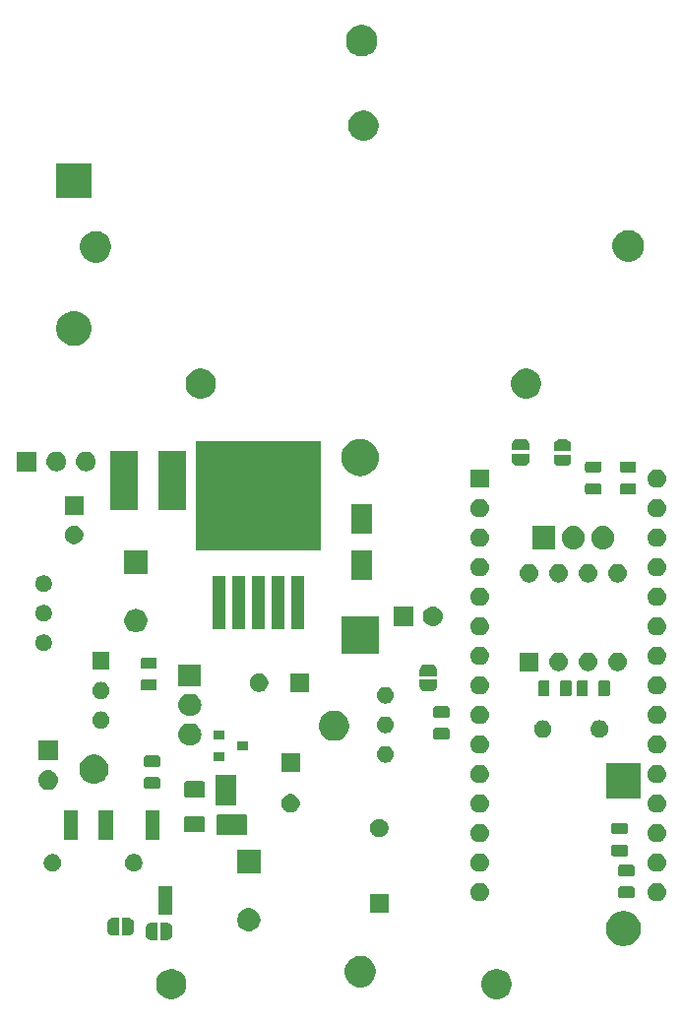
<source format=gbr>
G04 #@! TF.GenerationSoftware,KiCad,Pcbnew,(5.0.2)-1*
G04 #@! TF.CreationDate,2019-04-21T19:49:24-04:00*
G04 #@! TF.ProjectId,_saved__saved_tDCS,5f736176-6564-45f5-9f73-617665645f74,rev?*
G04 #@! TF.SameCoordinates,Original*
G04 #@! TF.FileFunction,Soldermask,Top*
G04 #@! TF.FilePolarity,Negative*
%FSLAX46Y46*%
G04 Gerber Fmt 4.6, Leading zero omitted, Abs format (unit mm)*
G04 Created by KiCad (PCBNEW (5.0.2)-1) date 4/21/2019 7:49:24 PM*
%MOMM*%
%LPD*%
G01*
G04 APERTURE LIST*
%ADD10C,0.150000*%
%ADD11C,0.100000*%
G04 APERTURE END LIST*
D10*
G36*
X220640000Y-106100000D02*
X223070000Y-106100000D01*
X223070000Y-107750000D01*
X220660000Y-107750000D01*
X220640000Y-106100000D01*
G37*
X220640000Y-106100000D02*
X223070000Y-106100000D01*
X223070000Y-107750000D01*
X220660000Y-107750000D01*
X220640000Y-106100000D01*
D11*
G36*
X245029196Y-119374958D02*
X245265780Y-119472954D01*
X245478705Y-119615226D01*
X245659774Y-119796295D01*
X245802046Y-120009220D01*
X245900042Y-120245804D01*
X245950000Y-120496960D01*
X245950000Y-120753040D01*
X245900042Y-121004196D01*
X245802046Y-121240780D01*
X245659774Y-121453705D01*
X245478705Y-121634774D01*
X245265780Y-121777046D01*
X245029196Y-121875042D01*
X244778040Y-121925000D01*
X244521960Y-121925000D01*
X244270804Y-121875042D01*
X244034220Y-121777046D01*
X243821295Y-121634774D01*
X243640226Y-121453705D01*
X243497954Y-121240780D01*
X243399958Y-121004196D01*
X243350000Y-120753040D01*
X243350000Y-120496960D01*
X243399958Y-120245804D01*
X243497954Y-120009220D01*
X243640226Y-119796295D01*
X243821295Y-119615226D01*
X244034220Y-119472954D01*
X244270804Y-119374958D01*
X244521960Y-119325000D01*
X244778040Y-119325000D01*
X245029196Y-119374958D01*
X245029196Y-119374958D01*
G37*
G36*
X217029196Y-119374958D02*
X217265780Y-119472954D01*
X217478705Y-119615226D01*
X217659774Y-119796295D01*
X217802046Y-120009220D01*
X217900042Y-120245804D01*
X217950000Y-120496960D01*
X217950000Y-120753040D01*
X217900042Y-121004196D01*
X217802046Y-121240780D01*
X217659774Y-121453705D01*
X217478705Y-121634774D01*
X217265780Y-121777046D01*
X217029196Y-121875042D01*
X216778040Y-121925000D01*
X216521960Y-121925000D01*
X216270804Y-121875042D01*
X216034220Y-121777046D01*
X215821295Y-121634774D01*
X215640226Y-121453705D01*
X215497954Y-121240780D01*
X215399958Y-121004196D01*
X215350000Y-120753040D01*
X215350000Y-120496960D01*
X215399958Y-120245804D01*
X215497954Y-120009220D01*
X215640226Y-119796295D01*
X215821295Y-119615226D01*
X216034220Y-119472954D01*
X216270804Y-119374958D01*
X216521960Y-119325000D01*
X216778040Y-119325000D01*
X217029196Y-119374958D01*
X217029196Y-119374958D01*
G37*
G36*
X233303778Y-118261879D02*
X233549466Y-118363646D01*
X233770578Y-118511389D01*
X233958611Y-118699422D01*
X234106354Y-118920534D01*
X234208121Y-119166222D01*
X234260000Y-119427035D01*
X234260000Y-119692965D01*
X234208121Y-119953778D01*
X234106354Y-120199466D01*
X233958611Y-120420578D01*
X233770578Y-120608611D01*
X233549466Y-120756354D01*
X233303778Y-120858121D01*
X233042965Y-120910000D01*
X232777035Y-120910000D01*
X232516222Y-120858121D01*
X232270534Y-120756354D01*
X232049422Y-120608611D01*
X231861389Y-120420578D01*
X231713646Y-120199466D01*
X231611879Y-119953778D01*
X231560000Y-119692965D01*
X231560000Y-119427035D01*
X231611879Y-119166222D01*
X231713646Y-118920534D01*
X231861389Y-118699422D01*
X232049422Y-118511389D01*
X232270534Y-118363646D01*
X232516222Y-118261879D01*
X232777035Y-118210000D01*
X233042965Y-118210000D01*
X233303778Y-118261879D01*
X233303778Y-118261879D01*
G37*
G36*
X255890935Y-114413429D02*
X255987534Y-114432644D01*
X256260517Y-114545717D01*
X256381150Y-114626322D01*
X256506197Y-114709876D01*
X256715124Y-114918803D01*
X256715126Y-114918806D01*
X256879283Y-115164483D01*
X256992356Y-115437466D01*
X256997533Y-115463495D01*
X257050000Y-115727261D01*
X257050000Y-116022739D01*
X257034423Y-116101048D01*
X256992356Y-116312534D01*
X256879283Y-116585517D01*
X256775779Y-116740421D01*
X256715124Y-116831197D01*
X256506197Y-117040124D01*
X256506194Y-117040126D01*
X256260517Y-117204283D01*
X255987534Y-117317356D01*
X255890935Y-117336571D01*
X255697739Y-117375000D01*
X255402261Y-117375000D01*
X255209065Y-117336571D01*
X255112466Y-117317356D01*
X254839483Y-117204283D01*
X254593806Y-117040126D01*
X254593803Y-117040124D01*
X254384876Y-116831197D01*
X254324221Y-116740421D01*
X254220717Y-116585517D01*
X254107644Y-116312534D01*
X254065577Y-116101048D01*
X254050000Y-116022739D01*
X254050000Y-115727261D01*
X254102467Y-115463495D01*
X254107644Y-115437466D01*
X254220717Y-115164483D01*
X254384874Y-114918806D01*
X254384876Y-114918803D01*
X254593803Y-114709876D01*
X254718850Y-114626322D01*
X254839483Y-114545717D01*
X255112466Y-114432644D01*
X255209065Y-114413429D01*
X255402261Y-114375000D01*
X255697739Y-114375000D01*
X255890935Y-114413429D01*
X255890935Y-114413429D01*
G37*
G36*
X216262203Y-115351201D02*
X216274453Y-115351803D01*
X216292872Y-115351803D01*
X216305150Y-115353012D01*
X216389232Y-115369737D01*
X216401048Y-115373322D01*
X216480255Y-115406130D01*
X216491140Y-115411947D01*
X216562425Y-115459579D01*
X216571973Y-115467415D01*
X216632585Y-115528027D01*
X216640421Y-115537575D01*
X216688053Y-115608860D01*
X216693870Y-115619745D01*
X216726678Y-115698952D01*
X216730263Y-115710768D01*
X216746988Y-115794850D01*
X216748197Y-115807128D01*
X216748197Y-115825547D01*
X216748799Y-115837797D01*
X216750605Y-115856137D01*
X216750605Y-116343863D01*
X216748799Y-116362203D01*
X216748197Y-116374453D01*
X216748197Y-116392872D01*
X216746988Y-116405150D01*
X216730263Y-116489232D01*
X216726678Y-116501048D01*
X216693870Y-116580255D01*
X216688053Y-116591140D01*
X216640421Y-116662425D01*
X216632585Y-116671973D01*
X216571973Y-116732585D01*
X216562425Y-116740421D01*
X216491140Y-116788053D01*
X216480255Y-116793870D01*
X216401048Y-116826678D01*
X216389232Y-116830263D01*
X216305150Y-116846988D01*
X216292872Y-116848197D01*
X216274453Y-116848197D01*
X216262203Y-116848799D01*
X216243863Y-116850605D01*
X215756137Y-116850605D01*
X215750001Y-116850001D01*
X215749999Y-116849999D01*
X215749395Y-116843863D01*
X215749395Y-115356137D01*
X215749999Y-115350001D01*
X215750000Y-115350000D01*
X215750002Y-115349999D01*
X215750001Y-115349999D01*
X215756137Y-115349395D01*
X216243863Y-115349395D01*
X216262203Y-115351201D01*
X216262203Y-115351201D01*
G37*
G36*
X215449999Y-115349999D02*
X215449998Y-115349999D01*
X215450000Y-115350000D01*
X215450001Y-115350001D01*
X215450605Y-115356137D01*
X215450605Y-116843863D01*
X215450001Y-116849999D01*
X215449999Y-116850001D01*
X215443863Y-116850605D01*
X214956137Y-116850605D01*
X214937797Y-116848799D01*
X214925547Y-116848197D01*
X214907128Y-116848197D01*
X214894850Y-116846988D01*
X214810768Y-116830263D01*
X214798952Y-116826678D01*
X214719745Y-116793870D01*
X214708860Y-116788053D01*
X214637575Y-116740421D01*
X214628027Y-116732585D01*
X214567415Y-116671973D01*
X214559579Y-116662425D01*
X214511947Y-116591140D01*
X214506130Y-116580255D01*
X214473322Y-116501048D01*
X214469737Y-116489232D01*
X214453012Y-116405150D01*
X214451803Y-116392872D01*
X214451803Y-116374453D01*
X214451201Y-116362203D01*
X214449395Y-116343863D01*
X214449395Y-115856137D01*
X214451201Y-115837797D01*
X214451803Y-115825547D01*
X214451803Y-115807128D01*
X214453012Y-115794850D01*
X214469737Y-115710768D01*
X214473322Y-115698952D01*
X214506130Y-115619745D01*
X214511947Y-115608860D01*
X214559579Y-115537575D01*
X214567415Y-115528027D01*
X214628027Y-115467415D01*
X214637575Y-115459579D01*
X214708860Y-115411947D01*
X214719745Y-115406130D01*
X214798952Y-115373322D01*
X214810768Y-115369737D01*
X214894850Y-115353012D01*
X214907128Y-115351803D01*
X214925547Y-115351803D01*
X214937797Y-115351201D01*
X214956137Y-115349395D01*
X215443863Y-115349395D01*
X215449999Y-115349999D01*
X215449999Y-115349999D01*
G37*
G36*
X212962203Y-114951201D02*
X212974453Y-114951803D01*
X212992872Y-114951803D01*
X213005150Y-114953012D01*
X213089232Y-114969737D01*
X213101048Y-114973322D01*
X213180255Y-115006130D01*
X213191140Y-115011947D01*
X213262425Y-115059579D01*
X213271973Y-115067415D01*
X213332585Y-115128027D01*
X213340421Y-115137575D01*
X213388053Y-115208860D01*
X213393870Y-115219745D01*
X213426678Y-115298952D01*
X213430263Y-115310768D01*
X213446988Y-115394850D01*
X213448197Y-115407128D01*
X213448197Y-115425547D01*
X213448799Y-115437797D01*
X213450605Y-115456137D01*
X213450605Y-115943863D01*
X213448799Y-115962203D01*
X213448197Y-115974453D01*
X213448197Y-115992872D01*
X213446988Y-116005150D01*
X213430263Y-116089232D01*
X213426678Y-116101048D01*
X213393870Y-116180255D01*
X213388053Y-116191140D01*
X213340421Y-116262425D01*
X213332585Y-116271973D01*
X213271973Y-116332585D01*
X213262425Y-116340421D01*
X213191140Y-116388053D01*
X213180255Y-116393870D01*
X213101048Y-116426678D01*
X213089232Y-116430263D01*
X213005150Y-116446988D01*
X212992872Y-116448197D01*
X212974453Y-116448197D01*
X212962203Y-116448799D01*
X212943863Y-116450605D01*
X212456137Y-116450605D01*
X212450001Y-116450001D01*
X212449999Y-116449999D01*
X212449395Y-116443863D01*
X212449395Y-114956137D01*
X212449999Y-114950001D01*
X212450000Y-114950000D01*
X212450002Y-114949999D01*
X212450001Y-114949999D01*
X212456137Y-114949395D01*
X212943863Y-114949395D01*
X212962203Y-114951201D01*
X212962203Y-114951201D01*
G37*
G36*
X212149999Y-114949999D02*
X212149998Y-114949999D01*
X212150000Y-114950000D01*
X212150001Y-114950001D01*
X212150605Y-114956137D01*
X212150605Y-116443863D01*
X212150001Y-116449999D01*
X212149999Y-116450001D01*
X212143863Y-116450605D01*
X211656137Y-116450605D01*
X211637797Y-116448799D01*
X211625547Y-116448197D01*
X211607128Y-116448197D01*
X211594850Y-116446988D01*
X211510768Y-116430263D01*
X211498952Y-116426678D01*
X211419745Y-116393870D01*
X211408860Y-116388053D01*
X211337575Y-116340421D01*
X211328027Y-116332585D01*
X211267415Y-116271973D01*
X211259579Y-116262425D01*
X211211947Y-116191140D01*
X211206130Y-116180255D01*
X211173322Y-116101048D01*
X211169737Y-116089232D01*
X211153012Y-116005150D01*
X211151803Y-115992872D01*
X211151803Y-115974453D01*
X211151201Y-115962203D01*
X211149395Y-115943863D01*
X211149395Y-115456137D01*
X211151201Y-115437797D01*
X211151803Y-115425547D01*
X211151803Y-115407128D01*
X211153012Y-115394850D01*
X211169737Y-115310768D01*
X211173322Y-115298952D01*
X211206130Y-115219745D01*
X211211947Y-115208860D01*
X211259579Y-115137575D01*
X211267415Y-115128027D01*
X211328027Y-115067415D01*
X211337575Y-115059579D01*
X211408860Y-115011947D01*
X211419745Y-115006130D01*
X211498952Y-114973322D01*
X211510768Y-114969737D01*
X211594850Y-114953012D01*
X211607128Y-114951803D01*
X211625547Y-114951803D01*
X211637797Y-114951201D01*
X211656137Y-114949395D01*
X212143863Y-114949395D01*
X212149999Y-114949999D01*
X212149999Y-114949999D01*
G37*
G36*
X223500770Y-114115372D02*
X223616689Y-114138429D01*
X223798678Y-114213811D01*
X223962463Y-114323249D01*
X224101751Y-114462537D01*
X224211189Y-114626322D01*
X224286571Y-114808311D01*
X224308549Y-114918803D01*
X224325000Y-115001507D01*
X224325000Y-115198493D01*
X224309628Y-115275770D01*
X224286571Y-115391689D01*
X224211189Y-115573678D01*
X224101751Y-115737463D01*
X223962463Y-115876751D01*
X223798678Y-115986189D01*
X223616689Y-116061571D01*
X223500770Y-116084628D01*
X223423493Y-116100000D01*
X223226507Y-116100000D01*
X223149230Y-116084628D01*
X223033311Y-116061571D01*
X222851322Y-115986189D01*
X222687537Y-115876751D01*
X222548249Y-115737463D01*
X222438811Y-115573678D01*
X222363429Y-115391689D01*
X222340372Y-115275770D01*
X222325000Y-115198493D01*
X222325000Y-115001507D01*
X222341451Y-114918803D01*
X222363429Y-114808311D01*
X222438811Y-114626322D01*
X222548249Y-114462537D01*
X222687537Y-114323249D01*
X222851322Y-114213811D01*
X223033311Y-114138429D01*
X223149230Y-114115372D01*
X223226507Y-114100000D01*
X223423493Y-114100000D01*
X223500770Y-114115372D01*
X223500770Y-114115372D01*
G37*
G36*
X216725000Y-114700000D02*
X215525000Y-114700000D01*
X215525000Y-112200000D01*
X216725000Y-112200000D01*
X216725000Y-114700000D01*
X216725000Y-114700000D01*
G37*
G36*
X235330000Y-114520000D02*
X233730000Y-114520000D01*
X233730000Y-112920000D01*
X235330000Y-112920000D01*
X235330000Y-114520000D01*
X235330000Y-114520000D01*
G37*
G36*
X258537649Y-111937717D02*
X258576827Y-111941576D01*
X258652228Y-111964449D01*
X258727629Y-111987321D01*
X258866608Y-112061608D01*
X258988422Y-112161578D01*
X259088392Y-112283392D01*
X259162679Y-112422371D01*
X259208424Y-112573174D01*
X259223870Y-112730000D01*
X259208424Y-112886826D01*
X259162679Y-113037629D01*
X259088392Y-113176608D01*
X258988422Y-113298422D01*
X258866608Y-113398392D01*
X258727629Y-113472679D01*
X258652228Y-113495551D01*
X258576827Y-113518424D01*
X258537649Y-113522283D01*
X258459295Y-113530000D01*
X258380705Y-113530000D01*
X258302351Y-113522283D01*
X258263173Y-113518424D01*
X258187772Y-113495551D01*
X258112371Y-113472679D01*
X257973392Y-113398392D01*
X257851578Y-113298422D01*
X257751608Y-113176608D01*
X257677321Y-113037629D01*
X257631576Y-112886826D01*
X257616130Y-112730000D01*
X257631576Y-112573174D01*
X257677321Y-112422371D01*
X257751608Y-112283392D01*
X257851578Y-112161578D01*
X257973392Y-112061608D01*
X258112371Y-111987321D01*
X258187772Y-111964449D01*
X258263173Y-111941576D01*
X258302351Y-111937717D01*
X258380705Y-111930000D01*
X258459295Y-111930000D01*
X258537649Y-111937717D01*
X258537649Y-111937717D01*
G37*
G36*
X243297649Y-111937717D02*
X243336827Y-111941576D01*
X243412228Y-111964449D01*
X243487629Y-111987321D01*
X243626608Y-112061608D01*
X243748422Y-112161578D01*
X243848392Y-112283392D01*
X243922679Y-112422371D01*
X243968424Y-112573174D01*
X243983870Y-112730000D01*
X243968424Y-112886826D01*
X243922679Y-113037629D01*
X243848392Y-113176608D01*
X243748422Y-113298422D01*
X243626608Y-113398392D01*
X243487629Y-113472679D01*
X243412228Y-113495551D01*
X243336827Y-113518424D01*
X243297649Y-113522283D01*
X243219295Y-113530000D01*
X243140705Y-113530000D01*
X243062351Y-113522283D01*
X243023173Y-113518424D01*
X242947772Y-113495551D01*
X242872371Y-113472679D01*
X242733392Y-113398392D01*
X242611578Y-113298422D01*
X242511608Y-113176608D01*
X242437321Y-113037629D01*
X242391576Y-112886826D01*
X242376130Y-112730000D01*
X242391576Y-112573174D01*
X242437321Y-112422371D01*
X242511608Y-112283392D01*
X242611578Y-112161578D01*
X242733392Y-112061608D01*
X242872371Y-111987321D01*
X242947772Y-111964449D01*
X243023173Y-111941576D01*
X243062351Y-111937717D01*
X243140705Y-111930000D01*
X243219295Y-111930000D01*
X243297649Y-111937717D01*
X243297649Y-111937717D01*
G37*
G36*
X256353992Y-112254076D02*
X256387883Y-112264357D01*
X256419111Y-112281048D01*
X256446485Y-112303515D01*
X256468952Y-112330889D01*
X256485643Y-112362117D01*
X256495924Y-112396008D01*
X256500000Y-112437391D01*
X256500000Y-113037609D01*
X256495924Y-113078992D01*
X256485643Y-113112883D01*
X256468952Y-113144111D01*
X256446485Y-113171485D01*
X256419111Y-113193952D01*
X256387883Y-113210643D01*
X256353992Y-113220924D01*
X256312609Y-113225000D01*
X255287391Y-113225000D01*
X255246008Y-113220924D01*
X255212117Y-113210643D01*
X255180889Y-113193952D01*
X255153515Y-113171485D01*
X255131048Y-113144111D01*
X255114357Y-113112883D01*
X255104076Y-113078992D01*
X255100000Y-113037609D01*
X255100000Y-112437391D01*
X255104076Y-112396008D01*
X255114357Y-112362117D01*
X255131048Y-112330889D01*
X255153515Y-112303515D01*
X255180889Y-112281048D01*
X255212117Y-112264357D01*
X255246008Y-112254076D01*
X255287391Y-112250000D01*
X256312609Y-112250000D01*
X256353992Y-112254076D01*
X256353992Y-112254076D01*
G37*
G36*
X256353992Y-110379076D02*
X256387883Y-110389357D01*
X256419111Y-110406048D01*
X256446485Y-110428515D01*
X256468952Y-110455889D01*
X256485643Y-110487117D01*
X256495924Y-110521008D01*
X256500000Y-110562391D01*
X256500000Y-111162609D01*
X256495924Y-111203992D01*
X256485643Y-111237883D01*
X256468952Y-111269111D01*
X256446485Y-111296485D01*
X256419111Y-111318952D01*
X256387883Y-111335643D01*
X256353992Y-111345924D01*
X256312609Y-111350000D01*
X255287391Y-111350000D01*
X255246008Y-111345924D01*
X255212117Y-111335643D01*
X255180889Y-111318952D01*
X255153515Y-111296485D01*
X255131048Y-111269111D01*
X255114357Y-111237883D01*
X255104076Y-111203992D01*
X255100000Y-111162609D01*
X255100000Y-110562391D01*
X255104076Y-110521008D01*
X255114357Y-110487117D01*
X255131048Y-110455889D01*
X255153515Y-110428515D01*
X255180889Y-110406048D01*
X255212117Y-110389357D01*
X255246008Y-110379076D01*
X255287391Y-110375000D01*
X256312609Y-110375000D01*
X256353992Y-110379076D01*
X256353992Y-110379076D01*
G37*
G36*
X224325000Y-111100000D02*
X222325000Y-111100000D01*
X222325000Y-109100000D01*
X224325000Y-109100000D01*
X224325000Y-111100000D01*
X224325000Y-111100000D01*
G37*
G36*
X243297649Y-109397717D02*
X243336827Y-109401576D01*
X243412227Y-109424448D01*
X243487629Y-109447321D01*
X243626608Y-109521608D01*
X243748422Y-109621578D01*
X243848392Y-109743392D01*
X243922679Y-109882371D01*
X243922679Y-109882372D01*
X243968424Y-110033173D01*
X243983870Y-110190000D01*
X243968424Y-110346827D01*
X243950459Y-110406048D01*
X243922679Y-110497629D01*
X243848392Y-110636608D01*
X243748422Y-110758422D01*
X243626608Y-110858392D01*
X243487629Y-110932679D01*
X243412227Y-110955552D01*
X243336827Y-110978424D01*
X243297649Y-110982283D01*
X243219295Y-110990000D01*
X243140705Y-110990000D01*
X243062351Y-110982283D01*
X243023173Y-110978424D01*
X242947772Y-110955551D01*
X242872371Y-110932679D01*
X242733392Y-110858392D01*
X242611578Y-110758422D01*
X242511608Y-110636608D01*
X242437321Y-110497629D01*
X242409541Y-110406048D01*
X242391576Y-110346827D01*
X242376130Y-110190000D01*
X242391576Y-110033173D01*
X242437321Y-109882372D01*
X242437321Y-109882371D01*
X242511608Y-109743392D01*
X242611578Y-109621578D01*
X242733392Y-109521608D01*
X242872371Y-109447321D01*
X242947773Y-109424448D01*
X243023173Y-109401576D01*
X243062351Y-109397717D01*
X243140705Y-109390000D01*
X243219295Y-109390000D01*
X243297649Y-109397717D01*
X243297649Y-109397717D01*
G37*
G36*
X258537649Y-109397717D02*
X258576827Y-109401576D01*
X258652227Y-109424448D01*
X258727629Y-109447321D01*
X258866608Y-109521608D01*
X258988422Y-109621578D01*
X259088392Y-109743392D01*
X259162679Y-109882371D01*
X259162679Y-109882372D01*
X259208424Y-110033173D01*
X259223870Y-110190000D01*
X259208424Y-110346827D01*
X259190459Y-110406048D01*
X259162679Y-110497629D01*
X259088392Y-110636608D01*
X258988422Y-110758422D01*
X258866608Y-110858392D01*
X258727629Y-110932679D01*
X258652227Y-110955552D01*
X258576827Y-110978424D01*
X258537649Y-110982283D01*
X258459295Y-110990000D01*
X258380705Y-110990000D01*
X258302351Y-110982283D01*
X258263173Y-110978424D01*
X258187772Y-110955551D01*
X258112371Y-110932679D01*
X257973392Y-110858392D01*
X257851578Y-110758422D01*
X257751608Y-110636608D01*
X257677321Y-110497629D01*
X257649541Y-110406048D01*
X257631576Y-110346827D01*
X257616130Y-110190000D01*
X257631576Y-110033173D01*
X257677321Y-109882372D01*
X257677321Y-109882371D01*
X257751608Y-109743392D01*
X257851578Y-109621578D01*
X257973392Y-109521608D01*
X258112371Y-109447321D01*
X258187773Y-109424448D01*
X258263173Y-109401576D01*
X258302351Y-109397717D01*
X258380705Y-109390000D01*
X258459295Y-109390000D01*
X258537649Y-109397717D01*
X258537649Y-109397717D01*
G37*
G36*
X206524554Y-109455109D02*
X206643767Y-109478822D01*
X206700303Y-109502240D01*
X206780257Y-109535358D01*
X206903100Y-109617439D01*
X207007561Y-109721900D01*
X207089642Y-109844743D01*
X207105228Y-109882371D01*
X207146178Y-109981233D01*
X207175000Y-110126131D01*
X207175000Y-110273869D01*
X207146713Y-110416079D01*
X207146178Y-110418766D01*
X207089642Y-110555257D01*
X207007561Y-110678100D01*
X206903100Y-110782561D01*
X206780257Y-110864642D01*
X206700303Y-110897760D01*
X206643767Y-110921178D01*
X206571318Y-110935589D01*
X206498870Y-110950000D01*
X206351130Y-110950000D01*
X206278682Y-110935589D01*
X206206233Y-110921178D01*
X206149697Y-110897760D01*
X206069743Y-110864642D01*
X205946900Y-110782561D01*
X205842439Y-110678100D01*
X205760358Y-110555257D01*
X205703822Y-110418766D01*
X205703288Y-110416079D01*
X205675000Y-110273869D01*
X205675000Y-110126131D01*
X205703822Y-109981233D01*
X205744772Y-109882371D01*
X205760358Y-109844743D01*
X205842439Y-109721900D01*
X205946900Y-109617439D01*
X206069743Y-109535358D01*
X206149697Y-109502240D01*
X206206233Y-109478822D01*
X206325446Y-109455109D01*
X206351130Y-109450000D01*
X206498870Y-109450000D01*
X206524554Y-109455109D01*
X206524554Y-109455109D01*
G37*
G36*
X213524554Y-109455109D02*
X213643767Y-109478822D01*
X213700303Y-109502240D01*
X213780257Y-109535358D01*
X213903100Y-109617439D01*
X214007561Y-109721900D01*
X214089642Y-109844743D01*
X214105228Y-109882371D01*
X214146178Y-109981233D01*
X214175000Y-110126131D01*
X214175000Y-110273869D01*
X214146713Y-110416079D01*
X214146178Y-110418766D01*
X214089642Y-110555257D01*
X214007561Y-110678100D01*
X213903100Y-110782561D01*
X213780257Y-110864642D01*
X213700303Y-110897760D01*
X213643767Y-110921178D01*
X213571318Y-110935589D01*
X213498870Y-110950000D01*
X213351130Y-110950000D01*
X213278682Y-110935589D01*
X213206233Y-110921178D01*
X213149697Y-110897760D01*
X213069743Y-110864642D01*
X212946900Y-110782561D01*
X212842439Y-110678100D01*
X212760358Y-110555257D01*
X212703822Y-110418766D01*
X212703288Y-110416079D01*
X212675000Y-110273869D01*
X212675000Y-110126131D01*
X212703822Y-109981233D01*
X212744772Y-109882371D01*
X212760358Y-109844743D01*
X212842439Y-109721900D01*
X212946900Y-109617439D01*
X213069743Y-109535358D01*
X213149697Y-109502240D01*
X213206233Y-109478822D01*
X213325446Y-109455109D01*
X213351130Y-109450000D01*
X213498870Y-109450000D01*
X213524554Y-109455109D01*
X213524554Y-109455109D01*
G37*
G36*
X255773992Y-108671576D02*
X255807883Y-108681857D01*
X255839111Y-108698548D01*
X255866485Y-108721015D01*
X255888952Y-108748389D01*
X255905643Y-108779617D01*
X255915924Y-108813508D01*
X255920000Y-108854891D01*
X255920000Y-109455109D01*
X255915924Y-109496492D01*
X255905643Y-109530383D01*
X255888952Y-109561611D01*
X255866485Y-109588985D01*
X255839111Y-109611452D01*
X255807883Y-109628143D01*
X255773992Y-109638424D01*
X255732609Y-109642500D01*
X254707391Y-109642500D01*
X254666008Y-109638424D01*
X254632117Y-109628143D01*
X254600889Y-109611452D01*
X254573515Y-109588985D01*
X254551048Y-109561611D01*
X254534357Y-109530383D01*
X254524076Y-109496492D01*
X254520000Y-109455109D01*
X254520000Y-108854891D01*
X254524076Y-108813508D01*
X254534357Y-108779617D01*
X254551048Y-108748389D01*
X254573515Y-108721015D01*
X254600889Y-108698548D01*
X254632117Y-108681857D01*
X254666008Y-108671576D01*
X254707391Y-108667500D01*
X255732609Y-108667500D01*
X255773992Y-108671576D01*
X255773992Y-108671576D01*
G37*
G36*
X258537649Y-106857717D02*
X258576827Y-106861576D01*
X258615769Y-106873389D01*
X258727629Y-106907321D01*
X258866608Y-106981608D01*
X258988422Y-107081578D01*
X259088392Y-107203392D01*
X259162679Y-107342371D01*
X259162679Y-107342372D01*
X259208424Y-107493173D01*
X259211553Y-107524944D01*
X259223870Y-107650000D01*
X259208424Y-107806826D01*
X259162679Y-107957629D01*
X259088392Y-108096608D01*
X258988422Y-108218422D01*
X258866608Y-108318392D01*
X258727629Y-108392679D01*
X258652228Y-108415551D01*
X258576827Y-108438424D01*
X258537649Y-108442283D01*
X258459295Y-108450000D01*
X258380705Y-108450000D01*
X258302351Y-108442283D01*
X258263173Y-108438424D01*
X258187772Y-108415551D01*
X258112371Y-108392679D01*
X257973392Y-108318392D01*
X257851578Y-108218422D01*
X257751608Y-108096608D01*
X257677321Y-107957629D01*
X257631576Y-107806826D01*
X257616130Y-107650000D01*
X257628447Y-107524944D01*
X257631576Y-107493173D01*
X257677321Y-107342372D01*
X257677321Y-107342371D01*
X257751608Y-107203392D01*
X257851578Y-107081578D01*
X257973392Y-106981608D01*
X258112371Y-106907321D01*
X258224231Y-106873389D01*
X258263173Y-106861576D01*
X258302351Y-106857717D01*
X258380705Y-106850000D01*
X258459295Y-106850000D01*
X258537649Y-106857717D01*
X258537649Y-106857717D01*
G37*
G36*
X243297649Y-106857717D02*
X243336827Y-106861576D01*
X243375769Y-106873389D01*
X243487629Y-106907321D01*
X243626608Y-106981608D01*
X243748422Y-107081578D01*
X243848392Y-107203392D01*
X243922679Y-107342371D01*
X243922679Y-107342372D01*
X243968424Y-107493173D01*
X243971553Y-107524944D01*
X243983870Y-107650000D01*
X243968424Y-107806826D01*
X243922679Y-107957629D01*
X243848392Y-108096608D01*
X243748422Y-108218422D01*
X243626608Y-108318392D01*
X243487629Y-108392679D01*
X243412228Y-108415551D01*
X243336827Y-108438424D01*
X243297649Y-108442283D01*
X243219295Y-108450000D01*
X243140705Y-108450000D01*
X243062351Y-108442283D01*
X243023173Y-108438424D01*
X242947772Y-108415551D01*
X242872371Y-108392679D01*
X242733392Y-108318392D01*
X242611578Y-108218422D01*
X242511608Y-108096608D01*
X242437321Y-107957629D01*
X242391576Y-107806826D01*
X242376130Y-107650000D01*
X242388447Y-107524944D01*
X242391576Y-107493173D01*
X242437321Y-107342372D01*
X242437321Y-107342371D01*
X242511608Y-107203392D01*
X242611578Y-107081578D01*
X242733392Y-106981608D01*
X242872371Y-106907321D01*
X242984231Y-106873389D01*
X243023173Y-106861576D01*
X243062351Y-106857717D01*
X243140705Y-106850000D01*
X243219295Y-106850000D01*
X243297649Y-106857717D01*
X243297649Y-106857717D01*
G37*
G36*
X208625000Y-108200000D02*
X207425000Y-108200000D01*
X207425000Y-105700000D01*
X208625000Y-105700000D01*
X208625000Y-108200000D01*
X208625000Y-108200000D01*
G37*
G36*
X215625000Y-108200000D02*
X214425000Y-108200000D01*
X214425000Y-105700000D01*
X215625000Y-105700000D01*
X215625000Y-108200000D01*
X215625000Y-108200000D01*
G37*
G36*
X211625000Y-108200000D02*
X210425000Y-108200000D01*
X210425000Y-105700000D01*
X211625000Y-105700000D01*
X211625000Y-108200000D01*
X211625000Y-108200000D01*
G37*
G36*
X234763352Y-106450743D02*
X234908941Y-106511048D01*
X235039973Y-106598601D01*
X235151399Y-106710027D01*
X235238952Y-106841059D01*
X235299257Y-106986648D01*
X235330000Y-107141205D01*
X235330000Y-107298795D01*
X235299257Y-107453352D01*
X235238952Y-107598941D01*
X235151399Y-107729973D01*
X235039973Y-107841399D01*
X234908941Y-107928952D01*
X234763352Y-107989257D01*
X234608795Y-108020000D01*
X234451205Y-108020000D01*
X234296648Y-107989257D01*
X234151059Y-107928952D01*
X234020027Y-107841399D01*
X233908601Y-107729973D01*
X233821048Y-107598941D01*
X233760743Y-107453352D01*
X233730000Y-107298795D01*
X233730000Y-107141205D01*
X233760743Y-106986648D01*
X233821048Y-106841059D01*
X233908601Y-106710027D01*
X234020027Y-106598601D01*
X234151059Y-106511048D01*
X234296648Y-106450743D01*
X234451205Y-106420000D01*
X234608795Y-106420000D01*
X234763352Y-106450743D01*
X234763352Y-106450743D01*
G37*
G36*
X255773992Y-106796576D02*
X255807883Y-106806857D01*
X255839111Y-106823548D01*
X255866485Y-106846015D01*
X255888952Y-106873389D01*
X255905643Y-106904617D01*
X255915924Y-106938508D01*
X255920000Y-106979891D01*
X255920000Y-107580109D01*
X255915924Y-107621492D01*
X255905643Y-107655383D01*
X255888952Y-107686611D01*
X255866485Y-107713985D01*
X255839111Y-107736452D01*
X255807883Y-107753143D01*
X255773992Y-107763424D01*
X255732609Y-107767500D01*
X254707391Y-107767500D01*
X254666008Y-107763424D01*
X254632117Y-107753143D01*
X254600889Y-107736452D01*
X254573515Y-107713985D01*
X254551048Y-107686611D01*
X254534357Y-107655383D01*
X254524076Y-107621492D01*
X254520000Y-107580109D01*
X254520000Y-106979891D01*
X254524076Y-106938508D01*
X254534357Y-106904617D01*
X254551048Y-106873389D01*
X254573515Y-106846015D01*
X254600889Y-106823548D01*
X254632117Y-106806857D01*
X254666008Y-106796576D01*
X254707391Y-106792500D01*
X255732609Y-106792500D01*
X255773992Y-106796576D01*
X255773992Y-106796576D01*
G37*
G36*
X219389556Y-106178823D02*
X219420982Y-106188356D01*
X219449944Y-106203836D01*
X219475330Y-106224670D01*
X219496164Y-106250056D01*
X219511644Y-106279018D01*
X219521177Y-106310444D01*
X219525000Y-106349263D01*
X219525000Y-107425737D01*
X219521177Y-107464556D01*
X219511644Y-107495982D01*
X219496164Y-107524944D01*
X219475330Y-107550330D01*
X219449944Y-107571164D01*
X219420982Y-107586644D01*
X219389556Y-107596177D01*
X219350737Y-107600000D01*
X217949263Y-107600000D01*
X217910444Y-107596177D01*
X217879018Y-107586644D01*
X217850056Y-107571164D01*
X217824670Y-107550330D01*
X217803836Y-107524944D01*
X217788356Y-107495982D01*
X217778823Y-107464556D01*
X217775000Y-107425737D01*
X217775000Y-106349263D01*
X217778823Y-106310444D01*
X217788356Y-106279018D01*
X217803836Y-106250056D01*
X217824670Y-106224670D01*
X217850056Y-106203836D01*
X217879018Y-106188356D01*
X217910444Y-106178823D01*
X217949263Y-106175000D01*
X219350737Y-106175000D01*
X219389556Y-106178823D01*
X219389556Y-106178823D01*
G37*
G36*
X243297649Y-104317717D02*
X243336827Y-104321576D01*
X243412228Y-104344449D01*
X243487629Y-104367321D01*
X243626608Y-104441608D01*
X243748422Y-104541578D01*
X243848392Y-104663392D01*
X243922679Y-104802371D01*
X243922679Y-104802372D01*
X243968424Y-104953173D01*
X243983870Y-105110000D01*
X243977095Y-105178793D01*
X243968424Y-105266826D01*
X243922679Y-105417629D01*
X243848392Y-105556608D01*
X243748422Y-105678422D01*
X243626608Y-105778392D01*
X243487629Y-105852679D01*
X243432978Y-105869257D01*
X243336827Y-105898424D01*
X243320825Y-105900000D01*
X243219295Y-105910000D01*
X243140705Y-105910000D01*
X243039175Y-105900000D01*
X243023173Y-105898424D01*
X242927022Y-105869257D01*
X242872371Y-105852679D01*
X242733392Y-105778392D01*
X242611578Y-105678422D01*
X242511608Y-105556608D01*
X242437321Y-105417629D01*
X242391576Y-105266826D01*
X242382906Y-105178793D01*
X242376130Y-105110000D01*
X242391576Y-104953173D01*
X242437321Y-104802372D01*
X242437321Y-104802371D01*
X242511608Y-104663392D01*
X242611578Y-104541578D01*
X242733392Y-104441608D01*
X242872371Y-104367321D01*
X242947772Y-104344449D01*
X243023173Y-104321576D01*
X243062351Y-104317717D01*
X243140705Y-104310000D01*
X243219295Y-104310000D01*
X243297649Y-104317717D01*
X243297649Y-104317717D01*
G37*
G36*
X258537649Y-104317717D02*
X258576827Y-104321576D01*
X258652228Y-104344449D01*
X258727629Y-104367321D01*
X258866608Y-104441608D01*
X258988422Y-104541578D01*
X259088392Y-104663392D01*
X259162679Y-104802371D01*
X259162679Y-104802372D01*
X259208424Y-104953173D01*
X259223870Y-105110000D01*
X259217095Y-105178793D01*
X259208424Y-105266826D01*
X259162679Y-105417629D01*
X259088392Y-105556608D01*
X258988422Y-105678422D01*
X258866608Y-105778392D01*
X258727629Y-105852679D01*
X258672978Y-105869257D01*
X258576827Y-105898424D01*
X258560825Y-105900000D01*
X258459295Y-105910000D01*
X258380705Y-105910000D01*
X258279175Y-105900000D01*
X258263173Y-105898424D01*
X258167022Y-105869257D01*
X258112371Y-105852679D01*
X257973392Y-105778392D01*
X257851578Y-105678422D01*
X257751608Y-105556608D01*
X257677321Y-105417629D01*
X257631576Y-105266826D01*
X257622906Y-105178793D01*
X257616130Y-105110000D01*
X257631576Y-104953173D01*
X257677321Y-104802372D01*
X257677321Y-104802371D01*
X257751608Y-104663392D01*
X257851578Y-104541578D01*
X257973392Y-104441608D01*
X258112371Y-104367321D01*
X258187772Y-104344449D01*
X258263173Y-104321576D01*
X258302351Y-104317717D01*
X258380705Y-104310000D01*
X258459295Y-104310000D01*
X258537649Y-104317717D01*
X258537649Y-104317717D01*
G37*
G36*
X227133352Y-104330743D02*
X227278941Y-104391048D01*
X227409973Y-104478601D01*
X227521399Y-104590027D01*
X227608952Y-104721059D01*
X227669257Y-104866648D01*
X227700000Y-105021205D01*
X227700000Y-105178795D01*
X227669257Y-105333352D01*
X227608952Y-105478941D01*
X227521399Y-105609973D01*
X227409973Y-105721399D01*
X227278941Y-105808952D01*
X227133352Y-105869257D01*
X226978795Y-105900000D01*
X226821205Y-105900000D01*
X226666648Y-105869257D01*
X226521059Y-105808952D01*
X226390027Y-105721399D01*
X226278601Y-105609973D01*
X226191048Y-105478941D01*
X226130743Y-105333352D01*
X226100000Y-105178795D01*
X226100000Y-105021205D01*
X226130743Y-104866648D01*
X226191048Y-104721059D01*
X226278601Y-104590027D01*
X226390027Y-104478601D01*
X226521059Y-104391048D01*
X226666648Y-104330743D01*
X226821205Y-104300000D01*
X226978795Y-104300000D01*
X227133352Y-104330743D01*
X227133352Y-104330743D01*
G37*
G36*
X222250000Y-105240000D02*
X220490000Y-105240000D01*
X220490000Y-102684228D01*
X220485560Y-102651210D01*
X220485506Y-102651011D01*
X220480000Y-102640000D01*
X222250000Y-102640000D01*
X222250000Y-105240000D01*
X222250000Y-105240000D01*
G37*
G36*
X257050000Y-104675000D02*
X254050000Y-104675000D01*
X254050000Y-101675000D01*
X257050000Y-101675000D01*
X257050000Y-104675000D01*
X257050000Y-104675000D01*
G37*
G36*
X219388964Y-103203837D02*
X219420528Y-103213412D01*
X219449617Y-103228960D01*
X219475114Y-103249886D01*
X219496040Y-103275383D01*
X219511588Y-103304472D01*
X219521163Y-103336036D01*
X219525000Y-103374998D01*
X219525000Y-104450002D01*
X219521163Y-104488964D01*
X219511588Y-104520528D01*
X219496040Y-104549617D01*
X219475114Y-104575114D01*
X219449617Y-104596040D01*
X219420528Y-104611588D01*
X219388964Y-104621163D01*
X219350002Y-104625000D01*
X217949998Y-104625000D01*
X217911036Y-104621163D01*
X217879472Y-104611588D01*
X217850383Y-104596040D01*
X217824886Y-104575114D01*
X217803960Y-104549617D01*
X217788412Y-104520528D01*
X217778837Y-104488964D01*
X217775000Y-104450002D01*
X217775000Y-103374998D01*
X217778837Y-103336036D01*
X217788412Y-103304472D01*
X217803960Y-103275383D01*
X217824886Y-103249886D01*
X217850383Y-103228960D01*
X217879472Y-103213412D01*
X217911036Y-103203837D01*
X217949998Y-103200000D01*
X219350002Y-103200000D01*
X219388964Y-103203837D01*
X219388964Y-103203837D01*
G37*
G36*
X206216630Y-102262299D02*
X206376855Y-102310903D01*
X206524520Y-102389831D01*
X206653949Y-102496051D01*
X206760169Y-102625480D01*
X206839097Y-102773145D01*
X206887701Y-102933370D01*
X206904112Y-103100000D01*
X206887701Y-103266630D01*
X206839097Y-103426855D01*
X206760169Y-103574520D01*
X206653949Y-103703949D01*
X206524520Y-103810169D01*
X206376855Y-103889097D01*
X206216630Y-103937701D01*
X206091752Y-103950000D01*
X206008248Y-103950000D01*
X205883370Y-103937701D01*
X205723145Y-103889097D01*
X205575480Y-103810169D01*
X205446051Y-103703949D01*
X205339831Y-103574520D01*
X205260903Y-103426855D01*
X205212299Y-103266630D01*
X205195888Y-103100000D01*
X205212299Y-102933370D01*
X205260903Y-102773145D01*
X205339831Y-102625480D01*
X205446051Y-102496051D01*
X205575480Y-102389831D01*
X205723145Y-102310903D01*
X205883370Y-102262299D01*
X206008248Y-102250000D01*
X206091752Y-102250000D01*
X206216630Y-102262299D01*
X206216630Y-102262299D01*
G37*
G36*
X215553992Y-102854076D02*
X215587883Y-102864357D01*
X215619111Y-102881048D01*
X215646485Y-102903515D01*
X215668952Y-102930889D01*
X215685643Y-102962117D01*
X215695924Y-102996008D01*
X215700000Y-103037391D01*
X215700000Y-103637609D01*
X215695924Y-103678992D01*
X215685643Y-103712883D01*
X215668952Y-103744111D01*
X215646485Y-103771485D01*
X215619111Y-103793952D01*
X215587883Y-103810643D01*
X215553992Y-103820924D01*
X215512609Y-103825000D01*
X214487391Y-103825000D01*
X214446008Y-103820924D01*
X214412117Y-103810643D01*
X214380889Y-103793952D01*
X214353515Y-103771485D01*
X214331048Y-103744111D01*
X214314357Y-103712883D01*
X214304076Y-103678992D01*
X214300000Y-103637609D01*
X214300000Y-103037391D01*
X214304076Y-102996008D01*
X214314357Y-102962117D01*
X214331048Y-102930889D01*
X214353515Y-102903515D01*
X214380889Y-102881048D01*
X214412117Y-102864357D01*
X214446008Y-102854076D01*
X214487391Y-102850000D01*
X215512609Y-102850000D01*
X215553992Y-102854076D01*
X215553992Y-102854076D01*
G37*
G36*
X210354612Y-100958037D02*
X210582096Y-101052264D01*
X210786831Y-101189064D01*
X210960936Y-101363169D01*
X211097736Y-101567904D01*
X211191963Y-101795388D01*
X211240000Y-102036885D01*
X211240000Y-102283115D01*
X211191963Y-102524612D01*
X211097736Y-102752096D01*
X210960936Y-102956831D01*
X210786831Y-103130936D01*
X210582096Y-103267736D01*
X210354612Y-103361963D01*
X210113115Y-103410000D01*
X209866885Y-103410000D01*
X209625388Y-103361963D01*
X209397904Y-103267736D01*
X209193169Y-103130936D01*
X209019064Y-102956831D01*
X208882264Y-102752096D01*
X208788037Y-102524612D01*
X208740000Y-102283115D01*
X208740000Y-102036885D01*
X208788037Y-101795388D01*
X208882264Y-101567904D01*
X209019064Y-101363169D01*
X209193169Y-101189064D01*
X209397904Y-101052264D01*
X209625388Y-100958037D01*
X209866885Y-100910000D01*
X210113115Y-100910000D01*
X210354612Y-100958037D01*
X210354612Y-100958037D01*
G37*
G36*
X258537649Y-101777717D02*
X258576827Y-101781576D01*
X258622359Y-101795388D01*
X258727629Y-101827321D01*
X258866608Y-101901608D01*
X258988422Y-102001578D01*
X259088392Y-102123392D01*
X259162679Y-102262371D01*
X259177401Y-102310903D01*
X259208424Y-102413173D01*
X259223870Y-102570000D01*
X259208424Y-102726827D01*
X259185552Y-102802227D01*
X259162679Y-102877629D01*
X259088392Y-103016608D01*
X258988422Y-103138422D01*
X258866608Y-103238392D01*
X258727629Y-103312679D01*
X258652228Y-103335551D01*
X258576827Y-103358424D01*
X258540895Y-103361963D01*
X258459295Y-103370000D01*
X258380705Y-103370000D01*
X258299105Y-103361963D01*
X258263173Y-103358424D01*
X258187772Y-103335551D01*
X258112371Y-103312679D01*
X257973392Y-103238392D01*
X257851578Y-103138422D01*
X257751608Y-103016608D01*
X257677321Y-102877629D01*
X257654448Y-102802227D01*
X257631576Y-102726827D01*
X257616130Y-102570000D01*
X257631576Y-102413173D01*
X257662599Y-102310903D01*
X257677321Y-102262371D01*
X257751608Y-102123392D01*
X257851578Y-102001578D01*
X257973392Y-101901608D01*
X258112371Y-101827321D01*
X258217641Y-101795388D01*
X258263173Y-101781576D01*
X258302351Y-101777717D01*
X258380705Y-101770000D01*
X258459295Y-101770000D01*
X258537649Y-101777717D01*
X258537649Y-101777717D01*
G37*
G36*
X243297649Y-101777717D02*
X243336827Y-101781576D01*
X243382359Y-101795388D01*
X243487629Y-101827321D01*
X243626608Y-101901608D01*
X243748422Y-102001578D01*
X243848392Y-102123392D01*
X243922679Y-102262371D01*
X243937401Y-102310903D01*
X243968424Y-102413173D01*
X243983870Y-102570000D01*
X243968424Y-102726827D01*
X243945552Y-102802227D01*
X243922679Y-102877629D01*
X243848392Y-103016608D01*
X243748422Y-103138422D01*
X243626608Y-103238392D01*
X243487629Y-103312679D01*
X243412228Y-103335551D01*
X243336827Y-103358424D01*
X243300895Y-103361963D01*
X243219295Y-103370000D01*
X243140705Y-103370000D01*
X243059105Y-103361963D01*
X243023173Y-103358424D01*
X242947772Y-103335551D01*
X242872371Y-103312679D01*
X242733392Y-103238392D01*
X242611578Y-103138422D01*
X242511608Y-103016608D01*
X242437321Y-102877629D01*
X242414448Y-102802227D01*
X242391576Y-102726827D01*
X242376130Y-102570000D01*
X242391576Y-102413173D01*
X242422599Y-102310903D01*
X242437321Y-102262371D01*
X242511608Y-102123392D01*
X242611578Y-102001578D01*
X242733392Y-101901608D01*
X242872371Y-101827321D01*
X242977641Y-101795388D01*
X243023173Y-101781576D01*
X243062351Y-101777717D01*
X243140705Y-101770000D01*
X243219295Y-101770000D01*
X243297649Y-101777717D01*
X243297649Y-101777717D01*
G37*
G36*
X227700000Y-102400000D02*
X226100000Y-102400000D01*
X226100000Y-100800000D01*
X227700000Y-100800000D01*
X227700000Y-102400000D01*
X227700000Y-102400000D01*
G37*
G36*
X215553992Y-100979076D02*
X215587883Y-100989357D01*
X215619111Y-101006048D01*
X215646485Y-101028515D01*
X215668952Y-101055889D01*
X215685643Y-101087117D01*
X215695924Y-101121008D01*
X215700000Y-101162391D01*
X215700000Y-101762609D01*
X215695924Y-101803992D01*
X215685643Y-101837883D01*
X215668952Y-101869111D01*
X215646485Y-101896485D01*
X215619111Y-101918952D01*
X215587883Y-101935643D01*
X215553992Y-101945924D01*
X215512609Y-101950000D01*
X214487391Y-101950000D01*
X214446008Y-101945924D01*
X214412117Y-101935643D01*
X214380889Y-101918952D01*
X214353515Y-101896485D01*
X214331048Y-101869111D01*
X214314357Y-101837883D01*
X214304076Y-101803992D01*
X214300000Y-101762609D01*
X214300000Y-101162391D01*
X214304076Y-101121008D01*
X214314357Y-101087117D01*
X214331048Y-101055889D01*
X214353515Y-101028515D01*
X214380889Y-101006048D01*
X214412117Y-100989357D01*
X214446008Y-100979076D01*
X214487391Y-100975000D01*
X215512609Y-100975000D01*
X215553992Y-100979076D01*
X215553992Y-100979076D01*
G37*
G36*
X235285015Y-100182668D02*
X235416049Y-100236944D01*
X235533975Y-100315740D01*
X235634260Y-100416025D01*
X235713056Y-100533951D01*
X235767332Y-100664985D01*
X235795000Y-100804085D01*
X235795000Y-100945915D01*
X235767332Y-101085015D01*
X235713056Y-101216049D01*
X235634260Y-101333975D01*
X235533975Y-101434260D01*
X235416049Y-101513056D01*
X235285015Y-101567332D01*
X235145915Y-101595000D01*
X235004085Y-101595000D01*
X234864985Y-101567332D01*
X234733951Y-101513056D01*
X234616025Y-101434260D01*
X234515740Y-101333975D01*
X234436944Y-101216049D01*
X234382668Y-101085015D01*
X234355000Y-100945915D01*
X234355000Y-100804085D01*
X234382668Y-100664985D01*
X234436944Y-100533951D01*
X234515740Y-100416025D01*
X234616025Y-100315740D01*
X234733951Y-100236944D01*
X234864985Y-100182668D01*
X235004085Y-100155000D01*
X235145915Y-100155000D01*
X235285015Y-100182668D01*
X235285015Y-100182668D01*
G37*
G36*
X221225000Y-101500000D02*
X220325000Y-101500000D01*
X220325000Y-100700000D01*
X221225000Y-100700000D01*
X221225000Y-101500000D01*
X221225000Y-101500000D01*
G37*
G36*
X206900000Y-101410000D02*
X205200000Y-101410000D01*
X205200000Y-99710000D01*
X206900000Y-99710000D01*
X206900000Y-101410000D01*
X206900000Y-101410000D01*
G37*
G36*
X258537649Y-99237717D02*
X258576827Y-99241576D01*
X258652227Y-99264448D01*
X258727629Y-99287321D01*
X258866608Y-99361608D01*
X258988422Y-99461578D01*
X259088392Y-99583392D01*
X259162679Y-99722371D01*
X259162679Y-99722372D01*
X259208424Y-99873173D01*
X259223870Y-100030000D01*
X259208834Y-100182669D01*
X259208424Y-100186826D01*
X259162679Y-100337629D01*
X259088392Y-100476608D01*
X258988422Y-100598422D01*
X258866608Y-100698392D01*
X258727629Y-100772679D01*
X258652228Y-100795551D01*
X258576827Y-100818424D01*
X258537649Y-100822283D01*
X258459295Y-100830000D01*
X258380705Y-100830000D01*
X258302351Y-100822283D01*
X258263173Y-100818424D01*
X258187772Y-100795551D01*
X258112371Y-100772679D01*
X257973392Y-100698392D01*
X257851578Y-100598422D01*
X257751608Y-100476608D01*
X257677321Y-100337629D01*
X257631576Y-100186826D01*
X257631167Y-100182669D01*
X257616130Y-100030000D01*
X257631576Y-99873173D01*
X257677321Y-99722372D01*
X257677321Y-99722371D01*
X257751608Y-99583392D01*
X257851578Y-99461578D01*
X257973392Y-99361608D01*
X258112371Y-99287321D01*
X258187773Y-99264448D01*
X258263173Y-99241576D01*
X258302351Y-99237717D01*
X258380705Y-99230000D01*
X258459295Y-99230000D01*
X258537649Y-99237717D01*
X258537649Y-99237717D01*
G37*
G36*
X243297649Y-99237717D02*
X243336827Y-99241576D01*
X243412227Y-99264448D01*
X243487629Y-99287321D01*
X243626608Y-99361608D01*
X243748422Y-99461578D01*
X243848392Y-99583392D01*
X243922679Y-99722371D01*
X243922679Y-99722372D01*
X243968424Y-99873173D01*
X243983870Y-100030000D01*
X243968834Y-100182669D01*
X243968424Y-100186826D01*
X243922679Y-100337629D01*
X243848392Y-100476608D01*
X243748422Y-100598422D01*
X243626608Y-100698392D01*
X243487629Y-100772679D01*
X243412228Y-100795551D01*
X243336827Y-100818424D01*
X243297649Y-100822283D01*
X243219295Y-100830000D01*
X243140705Y-100830000D01*
X243062351Y-100822283D01*
X243023173Y-100818424D01*
X242947772Y-100795551D01*
X242872371Y-100772679D01*
X242733392Y-100698392D01*
X242611578Y-100598422D01*
X242511608Y-100476608D01*
X242437321Y-100337629D01*
X242391576Y-100186826D01*
X242391167Y-100182669D01*
X242376130Y-100030000D01*
X242391576Y-99873173D01*
X242437321Y-99722372D01*
X242437321Y-99722371D01*
X242511608Y-99583392D01*
X242611578Y-99461578D01*
X242733392Y-99361608D01*
X242872371Y-99287321D01*
X242947773Y-99264448D01*
X243023173Y-99241576D01*
X243062351Y-99237717D01*
X243140705Y-99230000D01*
X243219295Y-99230000D01*
X243297649Y-99237717D01*
X243297649Y-99237717D01*
G37*
G36*
X223225000Y-100550000D02*
X222325000Y-100550000D01*
X222325000Y-99750000D01*
X223225000Y-99750000D01*
X223225000Y-100550000D01*
X223225000Y-100550000D01*
G37*
G36*
X218464224Y-98231282D02*
X218643769Y-98285747D01*
X218809241Y-98374193D01*
X218954278Y-98493222D01*
X219073307Y-98638259D01*
X219161753Y-98803731D01*
X219216218Y-98983276D01*
X219234608Y-99170000D01*
X219216218Y-99356724D01*
X219161753Y-99536269D01*
X219073307Y-99701741D01*
X218954278Y-99846778D01*
X218809241Y-99965807D01*
X218643769Y-100054253D01*
X218464224Y-100108718D01*
X218324289Y-100122500D01*
X218135711Y-100122500D01*
X217995776Y-100108718D01*
X217816231Y-100054253D01*
X217650759Y-99965807D01*
X217505722Y-99846778D01*
X217386693Y-99701741D01*
X217298247Y-99536269D01*
X217243782Y-99356724D01*
X217225392Y-99170000D01*
X217243782Y-98983276D01*
X217298247Y-98803731D01*
X217386693Y-98638259D01*
X217505722Y-98493222D01*
X217650759Y-98374193D01*
X217816231Y-98285747D01*
X217995776Y-98231282D01*
X218135711Y-98217500D01*
X218324289Y-98217500D01*
X218464224Y-98231282D01*
X218464224Y-98231282D01*
G37*
G36*
X231029196Y-97174958D02*
X231265780Y-97272954D01*
X231478705Y-97415226D01*
X231659774Y-97596295D01*
X231802046Y-97809220D01*
X231900042Y-98045804D01*
X231950000Y-98296960D01*
X231950000Y-98553040D01*
X231900042Y-98804196D01*
X231802046Y-99040780D01*
X231659774Y-99253705D01*
X231478705Y-99434774D01*
X231265780Y-99577046D01*
X231029196Y-99675042D01*
X230778040Y-99725000D01*
X230521960Y-99725000D01*
X230270804Y-99675042D01*
X230034220Y-99577046D01*
X229821295Y-99434774D01*
X229640226Y-99253705D01*
X229497954Y-99040780D01*
X229399958Y-98804196D01*
X229350000Y-98553040D01*
X229350000Y-98296960D01*
X229399958Y-98045804D01*
X229497954Y-97809220D01*
X229640226Y-97596295D01*
X229821295Y-97415226D01*
X230034220Y-97272954D01*
X230270804Y-97174958D01*
X230521960Y-97125000D01*
X230778040Y-97125000D01*
X231029196Y-97174958D01*
X231029196Y-97174958D01*
G37*
G36*
X221225000Y-99600000D02*
X220325000Y-99600000D01*
X220325000Y-98800000D01*
X221225000Y-98800000D01*
X221225000Y-99600000D01*
X221225000Y-99600000D01*
G37*
G36*
X240443992Y-98621576D02*
X240477883Y-98631857D01*
X240509111Y-98648548D01*
X240536485Y-98671015D01*
X240558952Y-98698389D01*
X240575643Y-98729617D01*
X240585924Y-98763508D01*
X240590000Y-98804891D01*
X240590000Y-99405109D01*
X240585924Y-99446492D01*
X240575643Y-99480383D01*
X240558952Y-99511611D01*
X240536485Y-99538985D01*
X240509111Y-99561452D01*
X240477883Y-99578143D01*
X240443992Y-99588424D01*
X240402609Y-99592500D01*
X239377391Y-99592500D01*
X239336008Y-99588424D01*
X239302117Y-99578143D01*
X239270889Y-99561452D01*
X239243515Y-99538985D01*
X239221048Y-99511611D01*
X239204357Y-99480383D01*
X239194076Y-99446492D01*
X239190000Y-99405109D01*
X239190000Y-98804891D01*
X239194076Y-98763508D01*
X239204357Y-98729617D01*
X239221048Y-98698389D01*
X239243515Y-98671015D01*
X239270889Y-98648548D01*
X239302117Y-98631857D01*
X239336008Y-98621576D01*
X239377391Y-98617500D01*
X240402609Y-98617500D01*
X240443992Y-98621576D01*
X240443992Y-98621576D01*
G37*
G36*
X253626318Y-97964411D02*
X253698767Y-97978822D01*
X253755303Y-98002240D01*
X253835257Y-98035358D01*
X253958100Y-98117439D01*
X254062561Y-98221900D01*
X254144642Y-98344743D01*
X254156840Y-98374193D01*
X254201178Y-98481233D01*
X254207410Y-98512563D01*
X254223737Y-98594642D01*
X254230000Y-98626131D01*
X254230000Y-98773869D01*
X254206053Y-98894261D01*
X254201178Y-98918766D01*
X254144642Y-99055257D01*
X254062561Y-99178100D01*
X253958100Y-99282561D01*
X253835257Y-99364642D01*
X253758820Y-99396303D01*
X253698767Y-99421178D01*
X253630415Y-99434774D01*
X253553870Y-99450000D01*
X253406130Y-99450000D01*
X253329585Y-99434774D01*
X253261233Y-99421178D01*
X253201180Y-99396303D01*
X253124743Y-99364642D01*
X253001900Y-99282561D01*
X252897439Y-99178100D01*
X252815358Y-99055257D01*
X252758822Y-98918766D01*
X252753948Y-98894261D01*
X252730000Y-98773869D01*
X252730000Y-98626131D01*
X252736264Y-98594642D01*
X252752590Y-98512563D01*
X252758822Y-98481233D01*
X252803160Y-98374193D01*
X252815358Y-98344743D01*
X252897439Y-98221900D01*
X253001900Y-98117439D01*
X253124743Y-98035358D01*
X253204697Y-98002240D01*
X253261233Y-97978822D01*
X253333682Y-97964411D01*
X253406130Y-97950000D01*
X253553870Y-97950000D01*
X253626318Y-97964411D01*
X253626318Y-97964411D01*
G37*
G36*
X248746318Y-97964411D02*
X248818767Y-97978822D01*
X248875303Y-98002240D01*
X248955257Y-98035358D01*
X249078100Y-98117439D01*
X249182561Y-98221900D01*
X249264642Y-98344743D01*
X249276840Y-98374193D01*
X249321178Y-98481233D01*
X249327410Y-98512563D01*
X249343737Y-98594642D01*
X249350000Y-98626131D01*
X249350000Y-98773869D01*
X249326053Y-98894261D01*
X249321178Y-98918766D01*
X249264642Y-99055257D01*
X249182561Y-99178100D01*
X249078100Y-99282561D01*
X248955257Y-99364642D01*
X248878820Y-99396303D01*
X248818767Y-99421178D01*
X248750415Y-99434774D01*
X248673870Y-99450000D01*
X248526130Y-99450000D01*
X248449585Y-99434774D01*
X248381233Y-99421178D01*
X248321180Y-99396303D01*
X248244743Y-99364642D01*
X248121900Y-99282561D01*
X248017439Y-99178100D01*
X247935358Y-99055257D01*
X247878822Y-98918766D01*
X247873948Y-98894261D01*
X247850000Y-98773869D01*
X247850000Y-98626131D01*
X247856264Y-98594642D01*
X247872590Y-98512563D01*
X247878822Y-98481233D01*
X247923160Y-98374193D01*
X247935358Y-98344743D01*
X248017439Y-98221900D01*
X248121900Y-98117439D01*
X248244743Y-98035358D01*
X248324697Y-98002240D01*
X248381233Y-97978822D01*
X248453682Y-97964411D01*
X248526130Y-97950000D01*
X248673870Y-97950000D01*
X248746318Y-97964411D01*
X248746318Y-97964411D01*
G37*
G36*
X235285015Y-97642668D02*
X235416049Y-97696944D01*
X235533975Y-97775740D01*
X235634260Y-97876025D01*
X235713056Y-97993951D01*
X235767332Y-98124985D01*
X235795000Y-98264085D01*
X235795000Y-98405915D01*
X235767332Y-98545015D01*
X235713056Y-98676049D01*
X235634260Y-98793975D01*
X235533975Y-98894260D01*
X235416049Y-98973056D01*
X235285015Y-99027332D01*
X235145915Y-99055000D01*
X235004085Y-99055000D01*
X234864985Y-99027332D01*
X234733951Y-98973056D01*
X234616025Y-98894260D01*
X234515740Y-98793975D01*
X234436944Y-98676049D01*
X234382668Y-98545015D01*
X234355000Y-98405915D01*
X234355000Y-98264085D01*
X234382668Y-98124985D01*
X234436944Y-97993951D01*
X234515740Y-97876025D01*
X234616025Y-97775740D01*
X234733951Y-97696944D01*
X234864985Y-97642668D01*
X235004085Y-97615000D01*
X235145915Y-97615000D01*
X235285015Y-97642668D01*
X235285015Y-97642668D01*
G37*
G36*
X210746318Y-97194411D02*
X210818767Y-97208822D01*
X210875303Y-97232240D01*
X210955257Y-97265358D01*
X211078100Y-97347439D01*
X211182561Y-97451900D01*
X211264642Y-97574743D01*
X211294500Y-97646827D01*
X211321178Y-97711233D01*
X211334009Y-97775739D01*
X211350000Y-97856130D01*
X211350000Y-98003870D01*
X211343736Y-98035359D01*
X211321178Y-98148767D01*
X211297760Y-98205303D01*
X211264642Y-98285257D01*
X211182561Y-98408100D01*
X211078100Y-98512561D01*
X210955257Y-98594642D01*
X210900072Y-98617500D01*
X210818767Y-98651178D01*
X210746318Y-98665589D01*
X210673870Y-98680000D01*
X210526130Y-98680000D01*
X210453682Y-98665589D01*
X210381233Y-98651178D01*
X210299928Y-98617500D01*
X210244743Y-98594642D01*
X210121900Y-98512561D01*
X210017439Y-98408100D01*
X209935358Y-98285257D01*
X209902240Y-98205303D01*
X209878822Y-98148767D01*
X209856264Y-98035359D01*
X209850000Y-98003870D01*
X209850000Y-97856130D01*
X209865991Y-97775739D01*
X209878822Y-97711233D01*
X209905500Y-97646827D01*
X209935358Y-97574743D01*
X210017439Y-97451900D01*
X210121900Y-97347439D01*
X210244743Y-97265358D01*
X210324697Y-97232240D01*
X210381233Y-97208822D01*
X210453682Y-97194411D01*
X210526130Y-97180000D01*
X210673870Y-97180000D01*
X210746318Y-97194411D01*
X210746318Y-97194411D01*
G37*
G36*
X243297649Y-96697717D02*
X243336827Y-96701576D01*
X243412228Y-96724449D01*
X243487629Y-96747321D01*
X243626608Y-96821608D01*
X243748422Y-96921578D01*
X243848392Y-97043392D01*
X243922679Y-97182371D01*
X243922679Y-97182372D01*
X243968424Y-97333173D01*
X243983870Y-97490000D01*
X243968834Y-97642669D01*
X243968424Y-97646826D01*
X243922679Y-97797629D01*
X243848392Y-97936608D01*
X243748422Y-98058422D01*
X243626608Y-98158392D01*
X243487629Y-98232679D01*
X243412228Y-98255551D01*
X243336827Y-98278424D01*
X243297649Y-98282283D01*
X243219295Y-98290000D01*
X243140705Y-98290000D01*
X243062351Y-98282283D01*
X243023173Y-98278424D01*
X242947772Y-98255551D01*
X242872371Y-98232679D01*
X242733392Y-98158392D01*
X242611578Y-98058422D01*
X242511608Y-97936608D01*
X242437321Y-97797629D01*
X242391576Y-97646826D01*
X242391167Y-97642669D01*
X242376130Y-97490000D01*
X242391576Y-97333173D01*
X242437321Y-97182372D01*
X242437321Y-97182371D01*
X242511608Y-97043392D01*
X242611578Y-96921578D01*
X242733392Y-96821608D01*
X242872371Y-96747321D01*
X242947772Y-96724449D01*
X243023173Y-96701576D01*
X243062351Y-96697717D01*
X243140705Y-96690000D01*
X243219295Y-96690000D01*
X243297649Y-96697717D01*
X243297649Y-96697717D01*
G37*
G36*
X258537649Y-96697717D02*
X258576827Y-96701576D01*
X258652228Y-96724449D01*
X258727629Y-96747321D01*
X258866608Y-96821608D01*
X258988422Y-96921578D01*
X259088392Y-97043392D01*
X259162679Y-97182371D01*
X259162679Y-97182372D01*
X259208424Y-97333173D01*
X259223870Y-97490000D01*
X259208834Y-97642669D01*
X259208424Y-97646826D01*
X259162679Y-97797629D01*
X259088392Y-97936608D01*
X258988422Y-98058422D01*
X258866608Y-98158392D01*
X258727629Y-98232679D01*
X258652228Y-98255551D01*
X258576827Y-98278424D01*
X258537649Y-98282283D01*
X258459295Y-98290000D01*
X258380705Y-98290000D01*
X258302351Y-98282283D01*
X258263173Y-98278424D01*
X258187772Y-98255551D01*
X258112371Y-98232679D01*
X257973392Y-98158392D01*
X257851578Y-98058422D01*
X257751608Y-97936608D01*
X257677321Y-97797629D01*
X257631576Y-97646826D01*
X257631167Y-97642669D01*
X257616130Y-97490000D01*
X257631576Y-97333173D01*
X257677321Y-97182372D01*
X257677321Y-97182371D01*
X257751608Y-97043392D01*
X257851578Y-96921578D01*
X257973392Y-96821608D01*
X258112371Y-96747321D01*
X258187772Y-96724449D01*
X258263173Y-96701576D01*
X258302351Y-96697717D01*
X258380705Y-96690000D01*
X258459295Y-96690000D01*
X258537649Y-96697717D01*
X258537649Y-96697717D01*
G37*
G36*
X240443992Y-96746576D02*
X240477883Y-96756857D01*
X240509111Y-96773548D01*
X240536485Y-96796015D01*
X240558952Y-96823389D01*
X240575643Y-96854617D01*
X240585924Y-96888508D01*
X240590000Y-96929891D01*
X240590000Y-97530109D01*
X240585924Y-97571492D01*
X240575643Y-97605383D01*
X240558952Y-97636611D01*
X240536485Y-97663985D01*
X240509111Y-97686452D01*
X240477883Y-97703143D01*
X240443992Y-97713424D01*
X240402609Y-97717500D01*
X239377391Y-97717500D01*
X239336008Y-97713424D01*
X239302117Y-97703143D01*
X239270889Y-97686452D01*
X239243515Y-97663985D01*
X239221048Y-97636611D01*
X239204357Y-97605383D01*
X239194076Y-97571492D01*
X239190000Y-97530109D01*
X239190000Y-96929891D01*
X239194076Y-96888508D01*
X239204357Y-96854617D01*
X239221048Y-96823389D01*
X239243515Y-96796015D01*
X239270889Y-96773548D01*
X239302117Y-96756857D01*
X239336008Y-96746576D01*
X239377391Y-96742500D01*
X240402609Y-96742500D01*
X240443992Y-96746576D01*
X240443992Y-96746576D01*
G37*
G36*
X218464224Y-95691282D02*
X218643769Y-95745747D01*
X218809241Y-95834193D01*
X218954278Y-95953222D01*
X219073307Y-96098259D01*
X219161753Y-96263731D01*
X219216218Y-96443276D01*
X219234608Y-96630000D01*
X219216218Y-96816724D01*
X219161753Y-96996269D01*
X219073307Y-97161741D01*
X218954278Y-97306778D01*
X218809241Y-97425807D01*
X218643769Y-97514253D01*
X218464224Y-97568718D01*
X218324289Y-97582500D01*
X218135711Y-97582500D01*
X217995776Y-97568718D01*
X217816231Y-97514253D01*
X217650759Y-97425807D01*
X217505722Y-97306778D01*
X217386693Y-97161741D01*
X217298247Y-96996269D01*
X217243782Y-96816724D01*
X217225392Y-96630000D01*
X217243782Y-96443276D01*
X217298247Y-96263731D01*
X217386693Y-96098259D01*
X217505722Y-95953222D01*
X217650759Y-95834193D01*
X217816231Y-95745747D01*
X217995776Y-95691282D01*
X218135711Y-95677500D01*
X218324289Y-95677500D01*
X218464224Y-95691282D01*
X218464224Y-95691282D01*
G37*
G36*
X235285015Y-95102668D02*
X235416049Y-95156944D01*
X235533975Y-95235740D01*
X235634260Y-95336025D01*
X235713056Y-95453951D01*
X235767332Y-95584985D01*
X235795000Y-95724085D01*
X235795000Y-95865915D01*
X235767332Y-96005015D01*
X235713056Y-96136049D01*
X235634260Y-96253975D01*
X235533975Y-96354260D01*
X235416049Y-96433056D01*
X235285015Y-96487332D01*
X235145915Y-96515000D01*
X235004085Y-96515000D01*
X234864985Y-96487332D01*
X234733951Y-96433056D01*
X234616025Y-96354260D01*
X234515740Y-96253975D01*
X234436944Y-96136049D01*
X234382668Y-96005015D01*
X234355000Y-95865915D01*
X234355000Y-95724085D01*
X234382668Y-95584985D01*
X234436944Y-95453951D01*
X234515740Y-95336025D01*
X234616025Y-95235740D01*
X234733951Y-95156944D01*
X234864985Y-95102668D01*
X235004085Y-95075000D01*
X235145915Y-95075000D01*
X235285015Y-95102668D01*
X235285015Y-95102668D01*
G37*
G36*
X210746318Y-94654411D02*
X210818767Y-94668822D01*
X210863596Y-94687391D01*
X210955257Y-94725358D01*
X211078100Y-94807439D01*
X211182561Y-94911900D01*
X211264642Y-95034743D01*
X211294500Y-95106827D01*
X211321178Y-95171233D01*
X211332862Y-95229973D01*
X211341217Y-95271973D01*
X211350000Y-95316131D01*
X211350000Y-95463869D01*
X211321178Y-95608767D01*
X211301510Y-95656250D01*
X211264642Y-95745257D01*
X211182561Y-95868100D01*
X211078100Y-95972561D01*
X210955257Y-96054642D01*
X210875303Y-96087760D01*
X210818767Y-96111178D01*
X210746318Y-96125589D01*
X210673870Y-96140000D01*
X210526130Y-96140000D01*
X210453682Y-96125589D01*
X210381233Y-96111178D01*
X210324697Y-96087760D01*
X210244743Y-96054642D01*
X210121900Y-95972561D01*
X210017439Y-95868100D01*
X209935358Y-95745257D01*
X209898490Y-95656250D01*
X209878822Y-95608767D01*
X209850000Y-95463869D01*
X209850000Y-95316131D01*
X209858784Y-95271973D01*
X209867138Y-95229973D01*
X209878822Y-95171233D01*
X209905500Y-95106827D01*
X209935358Y-95034743D01*
X210017439Y-94911900D01*
X210121900Y-94807439D01*
X210244743Y-94725358D01*
X210336404Y-94687391D01*
X210381233Y-94668822D01*
X210453682Y-94654411D01*
X210526130Y-94640000D01*
X210673870Y-94640000D01*
X210746318Y-94654411D01*
X210746318Y-94654411D01*
G37*
G36*
X252353992Y-94504076D02*
X252387883Y-94514357D01*
X252419111Y-94531048D01*
X252446485Y-94553515D01*
X252468952Y-94580889D01*
X252485643Y-94612117D01*
X252495924Y-94646008D01*
X252500000Y-94687391D01*
X252500000Y-95712609D01*
X252495924Y-95753992D01*
X252485643Y-95787883D01*
X252468952Y-95819111D01*
X252446485Y-95846485D01*
X252419111Y-95868952D01*
X252387883Y-95885643D01*
X252353992Y-95895924D01*
X252312609Y-95900000D01*
X251712391Y-95900000D01*
X251671008Y-95895924D01*
X251637117Y-95885643D01*
X251605889Y-95868952D01*
X251578515Y-95846485D01*
X251556048Y-95819111D01*
X251539357Y-95787883D01*
X251529076Y-95753992D01*
X251525000Y-95712609D01*
X251525000Y-94687391D01*
X251529076Y-94646008D01*
X251539357Y-94612117D01*
X251556048Y-94580889D01*
X251578515Y-94553515D01*
X251605889Y-94531048D01*
X251637117Y-94514357D01*
X251671008Y-94504076D01*
X251712391Y-94500000D01*
X252312609Y-94500000D01*
X252353992Y-94504076D01*
X252353992Y-94504076D01*
G37*
G36*
X250928992Y-94504076D02*
X250962883Y-94514357D01*
X250994111Y-94531048D01*
X251021485Y-94553515D01*
X251043952Y-94580889D01*
X251060643Y-94612117D01*
X251070924Y-94646008D01*
X251075000Y-94687391D01*
X251075000Y-95712609D01*
X251070924Y-95753992D01*
X251060643Y-95787883D01*
X251043952Y-95819111D01*
X251021485Y-95846485D01*
X250994111Y-95868952D01*
X250962883Y-95885643D01*
X250928992Y-95895924D01*
X250887609Y-95900000D01*
X250287391Y-95900000D01*
X250246008Y-95895924D01*
X250212117Y-95885643D01*
X250180889Y-95868952D01*
X250153515Y-95846485D01*
X250131048Y-95819111D01*
X250114357Y-95787883D01*
X250104076Y-95753992D01*
X250100000Y-95712609D01*
X250100000Y-94687391D01*
X250104076Y-94646008D01*
X250114357Y-94612117D01*
X250131048Y-94580889D01*
X250153515Y-94553515D01*
X250180889Y-94531048D01*
X250212117Y-94514357D01*
X250246008Y-94504076D01*
X250287391Y-94500000D01*
X250887609Y-94500000D01*
X250928992Y-94504076D01*
X250928992Y-94504076D01*
G37*
G36*
X249053992Y-94504076D02*
X249087883Y-94514357D01*
X249119111Y-94531048D01*
X249146485Y-94553515D01*
X249168952Y-94580889D01*
X249185643Y-94612117D01*
X249195924Y-94646008D01*
X249200000Y-94687391D01*
X249200000Y-95712609D01*
X249195924Y-95753992D01*
X249185643Y-95787883D01*
X249168952Y-95819111D01*
X249146485Y-95846485D01*
X249119111Y-95868952D01*
X249087883Y-95885643D01*
X249053992Y-95895924D01*
X249012609Y-95900000D01*
X248412391Y-95900000D01*
X248371008Y-95895924D01*
X248337117Y-95885643D01*
X248305889Y-95868952D01*
X248278515Y-95846485D01*
X248256048Y-95819111D01*
X248239357Y-95787883D01*
X248229076Y-95753992D01*
X248225000Y-95712609D01*
X248225000Y-94687391D01*
X248229076Y-94646008D01*
X248239357Y-94612117D01*
X248256048Y-94580889D01*
X248278515Y-94553515D01*
X248305889Y-94531048D01*
X248337117Y-94514357D01*
X248371008Y-94504076D01*
X248412391Y-94500000D01*
X249012609Y-94500000D01*
X249053992Y-94504076D01*
X249053992Y-94504076D01*
G37*
G36*
X254228992Y-94504076D02*
X254262883Y-94514357D01*
X254294111Y-94531048D01*
X254321485Y-94553515D01*
X254343952Y-94580889D01*
X254360643Y-94612117D01*
X254370924Y-94646008D01*
X254375000Y-94687391D01*
X254375000Y-95712609D01*
X254370924Y-95753992D01*
X254360643Y-95787883D01*
X254343952Y-95819111D01*
X254321485Y-95846485D01*
X254294111Y-95868952D01*
X254262883Y-95885643D01*
X254228992Y-95895924D01*
X254187609Y-95900000D01*
X253587391Y-95900000D01*
X253546008Y-95895924D01*
X253512117Y-95885643D01*
X253480889Y-95868952D01*
X253453515Y-95846485D01*
X253431048Y-95819111D01*
X253414357Y-95787883D01*
X253404076Y-95753992D01*
X253400000Y-95712609D01*
X253400000Y-94687391D01*
X253404076Y-94646008D01*
X253414357Y-94612117D01*
X253431048Y-94580889D01*
X253453515Y-94553515D01*
X253480889Y-94531048D01*
X253512117Y-94514357D01*
X253546008Y-94504076D01*
X253587391Y-94500000D01*
X254187609Y-94500000D01*
X254228992Y-94504076D01*
X254228992Y-94504076D01*
G37*
G36*
X258537649Y-94157717D02*
X258576827Y-94161576D01*
X258652227Y-94184448D01*
X258727629Y-94207321D01*
X258866608Y-94281608D01*
X258988422Y-94381578D01*
X259088392Y-94503392D01*
X259162679Y-94642371D01*
X259162679Y-94642372D01*
X259208424Y-94793173D01*
X259223870Y-94950000D01*
X259208834Y-95102669D01*
X259208424Y-95106826D01*
X259162679Y-95257629D01*
X259088392Y-95396608D01*
X258988422Y-95518422D01*
X258866608Y-95618392D01*
X258727629Y-95692679D01*
X258661928Y-95712609D01*
X258576827Y-95738424D01*
X258537649Y-95742283D01*
X258459295Y-95750000D01*
X258380705Y-95750000D01*
X258302351Y-95742283D01*
X258263173Y-95738424D01*
X258178072Y-95712609D01*
X258112371Y-95692679D01*
X257973392Y-95618392D01*
X257851578Y-95518422D01*
X257751608Y-95396608D01*
X257677321Y-95257629D01*
X257631576Y-95106826D01*
X257631167Y-95102669D01*
X257616130Y-94950000D01*
X257631576Y-94793173D01*
X257677321Y-94642372D01*
X257677321Y-94642371D01*
X257751608Y-94503392D01*
X257851578Y-94381578D01*
X257973392Y-94281608D01*
X258112371Y-94207321D01*
X258187772Y-94184449D01*
X258263173Y-94161576D01*
X258302351Y-94157717D01*
X258380705Y-94150000D01*
X258459295Y-94150000D01*
X258537649Y-94157717D01*
X258537649Y-94157717D01*
G37*
G36*
X243297649Y-94157717D02*
X243336827Y-94161576D01*
X243412227Y-94184448D01*
X243487629Y-94207321D01*
X243626608Y-94281608D01*
X243748422Y-94381578D01*
X243848392Y-94503392D01*
X243922679Y-94642371D01*
X243922679Y-94642372D01*
X243968424Y-94793173D01*
X243983870Y-94950000D01*
X243968834Y-95102669D01*
X243968424Y-95106826D01*
X243922679Y-95257629D01*
X243848392Y-95396608D01*
X243748422Y-95518422D01*
X243626608Y-95618392D01*
X243487629Y-95692679D01*
X243421928Y-95712609D01*
X243336827Y-95738424D01*
X243297649Y-95742283D01*
X243219295Y-95750000D01*
X243140705Y-95750000D01*
X243062351Y-95742283D01*
X243023173Y-95738424D01*
X242938072Y-95712609D01*
X242872371Y-95692679D01*
X242733392Y-95618392D01*
X242611578Y-95518422D01*
X242511608Y-95396608D01*
X242437321Y-95257629D01*
X242391576Y-95106826D01*
X242391167Y-95102669D01*
X242376130Y-94950000D01*
X242391576Y-94793173D01*
X242437321Y-94642372D01*
X242437321Y-94642371D01*
X242511608Y-94503392D01*
X242611578Y-94381578D01*
X242733392Y-94281608D01*
X242872371Y-94207321D01*
X242947772Y-94184449D01*
X243023173Y-94161576D01*
X243062351Y-94157717D01*
X243140705Y-94150000D01*
X243219295Y-94150000D01*
X243297649Y-94157717D01*
X243297649Y-94157717D01*
G37*
G36*
X224423352Y-93950743D02*
X224568941Y-94011048D01*
X224699973Y-94098601D01*
X224811399Y-94210027D01*
X224898952Y-94341059D01*
X224959257Y-94486648D01*
X224990000Y-94641205D01*
X224990000Y-94798795D01*
X224959257Y-94953352D01*
X224898952Y-95098941D01*
X224811399Y-95229973D01*
X224699973Y-95341399D01*
X224568941Y-95428952D01*
X224423352Y-95489257D01*
X224268795Y-95520000D01*
X224111205Y-95520000D01*
X223956648Y-95489257D01*
X223811059Y-95428952D01*
X223680027Y-95341399D01*
X223568601Y-95229973D01*
X223481048Y-95098941D01*
X223420743Y-94953352D01*
X223390000Y-94798795D01*
X223390000Y-94641205D01*
X223420743Y-94486648D01*
X223481048Y-94341059D01*
X223568601Y-94210027D01*
X223680027Y-94098601D01*
X223811059Y-94011048D01*
X223956648Y-93950743D01*
X224111205Y-93920000D01*
X224268795Y-93920000D01*
X224423352Y-93950743D01*
X224423352Y-93950743D01*
G37*
G36*
X228490000Y-95520000D02*
X226890000Y-95520000D01*
X226890000Y-93920000D01*
X228490000Y-93920000D01*
X228490000Y-95520000D01*
X228490000Y-95520000D01*
G37*
G36*
X239509999Y-94449999D02*
X239509998Y-94449999D01*
X239510000Y-94450000D01*
X239510001Y-94450001D01*
X239510605Y-94456137D01*
X239510605Y-94943863D01*
X239508799Y-94962203D01*
X239508197Y-94974453D01*
X239508197Y-94992872D01*
X239506988Y-95005150D01*
X239490263Y-95089232D01*
X239486678Y-95101048D01*
X239453870Y-95180255D01*
X239448053Y-95191140D01*
X239400421Y-95262425D01*
X239392585Y-95271973D01*
X239331973Y-95332585D01*
X239322425Y-95340421D01*
X239251140Y-95388053D01*
X239240255Y-95393870D01*
X239161048Y-95426678D01*
X239149232Y-95430263D01*
X239065150Y-95446988D01*
X239052872Y-95448197D01*
X239034453Y-95448197D01*
X239022203Y-95448799D01*
X239003863Y-95450605D01*
X238516137Y-95450605D01*
X238497797Y-95448799D01*
X238485547Y-95448197D01*
X238467128Y-95448197D01*
X238454850Y-95446988D01*
X238370768Y-95430263D01*
X238358952Y-95426678D01*
X238279745Y-95393870D01*
X238268860Y-95388053D01*
X238197575Y-95340421D01*
X238188027Y-95332585D01*
X238127415Y-95271973D01*
X238119579Y-95262425D01*
X238071947Y-95191140D01*
X238066130Y-95180255D01*
X238033322Y-95101048D01*
X238029737Y-95089232D01*
X238013012Y-95005150D01*
X238011803Y-94992872D01*
X238011803Y-94974453D01*
X238011201Y-94962203D01*
X238009395Y-94943863D01*
X238009395Y-94456137D01*
X238009999Y-94450001D01*
X238010000Y-94450000D01*
X238010002Y-94449999D01*
X238010001Y-94449999D01*
X238016137Y-94449395D01*
X239503863Y-94449395D01*
X239509999Y-94449999D01*
X239509999Y-94449999D01*
G37*
G36*
X215273992Y-94424076D02*
X215307883Y-94434357D01*
X215339111Y-94451048D01*
X215366485Y-94473515D01*
X215388952Y-94500889D01*
X215405643Y-94532117D01*
X215415924Y-94566008D01*
X215420000Y-94607391D01*
X215420000Y-95207609D01*
X215415924Y-95248992D01*
X215405643Y-95282883D01*
X215388952Y-95314111D01*
X215366485Y-95341485D01*
X215339111Y-95363952D01*
X215307883Y-95380643D01*
X215273992Y-95390924D01*
X215232609Y-95395000D01*
X214207391Y-95395000D01*
X214166008Y-95390924D01*
X214132117Y-95380643D01*
X214100889Y-95363952D01*
X214073515Y-95341485D01*
X214051048Y-95314111D01*
X214034357Y-95282883D01*
X214024076Y-95248992D01*
X214020000Y-95207609D01*
X214020000Y-94607391D01*
X214024076Y-94566008D01*
X214034357Y-94532117D01*
X214051048Y-94500889D01*
X214073515Y-94473515D01*
X214100889Y-94451048D01*
X214132117Y-94434357D01*
X214166008Y-94424076D01*
X214207391Y-94420000D01*
X215232609Y-94420000D01*
X215273992Y-94424076D01*
X215273992Y-94424076D01*
G37*
G36*
X219230000Y-95042500D02*
X217230000Y-95042500D01*
X217230000Y-93137500D01*
X219230000Y-93137500D01*
X219230000Y-95042500D01*
X219230000Y-95042500D01*
G37*
G36*
X239022203Y-93151201D02*
X239034453Y-93151803D01*
X239052872Y-93151803D01*
X239065150Y-93153012D01*
X239149232Y-93169737D01*
X239161048Y-93173322D01*
X239240255Y-93206130D01*
X239251140Y-93211947D01*
X239322425Y-93259579D01*
X239331973Y-93267415D01*
X239392585Y-93328027D01*
X239400421Y-93337575D01*
X239448053Y-93408860D01*
X239453870Y-93419745D01*
X239486678Y-93498952D01*
X239490263Y-93510768D01*
X239506988Y-93594850D01*
X239508197Y-93607128D01*
X239508197Y-93625547D01*
X239508799Y-93637797D01*
X239510605Y-93656137D01*
X239510605Y-94143863D01*
X239510001Y-94149999D01*
X239509999Y-94150001D01*
X239503863Y-94150605D01*
X238016137Y-94150605D01*
X238010001Y-94150001D01*
X238009999Y-94149999D01*
X238009395Y-94143863D01*
X238009395Y-93656137D01*
X238011201Y-93637797D01*
X238011803Y-93625547D01*
X238011803Y-93607128D01*
X238013012Y-93594850D01*
X238029737Y-93510768D01*
X238033322Y-93498952D01*
X238066130Y-93419745D01*
X238071947Y-93408860D01*
X238119579Y-93337575D01*
X238127415Y-93328027D01*
X238188027Y-93267415D01*
X238197575Y-93259579D01*
X238268860Y-93211947D01*
X238279745Y-93206130D01*
X238358952Y-93173322D01*
X238370768Y-93169737D01*
X238454850Y-93153012D01*
X238467128Y-93151803D01*
X238485547Y-93151803D01*
X238497797Y-93151201D01*
X238516137Y-93149395D01*
X239003863Y-93149395D01*
X239022203Y-93151201D01*
X239022203Y-93151201D01*
G37*
G36*
X250081649Y-92132717D02*
X250120827Y-92136576D01*
X250196228Y-92159449D01*
X250271629Y-92182321D01*
X250410608Y-92256608D01*
X250532422Y-92356578D01*
X250632392Y-92478392D01*
X250706679Y-92617371D01*
X250706679Y-92617372D01*
X250741570Y-92732391D01*
X250752424Y-92768174D01*
X250767870Y-92925000D01*
X250752424Y-93081826D01*
X250706679Y-93232629D01*
X250632392Y-93371608D01*
X250532422Y-93493422D01*
X250410608Y-93593392D01*
X250271629Y-93667679D01*
X250196228Y-93690551D01*
X250120827Y-93713424D01*
X250081649Y-93717283D01*
X250003295Y-93725000D01*
X249924705Y-93725000D01*
X249846351Y-93717283D01*
X249807173Y-93713424D01*
X249731772Y-93690551D01*
X249656371Y-93667679D01*
X249517392Y-93593392D01*
X249395578Y-93493422D01*
X249295608Y-93371608D01*
X249221321Y-93232629D01*
X249175576Y-93081826D01*
X249160130Y-92925000D01*
X249175576Y-92768174D01*
X249186431Y-92732391D01*
X249221321Y-92617372D01*
X249221321Y-92617371D01*
X249295608Y-92478392D01*
X249395578Y-92356578D01*
X249517392Y-92256608D01*
X249656371Y-92182321D01*
X249731773Y-92159448D01*
X249807173Y-92136576D01*
X249846351Y-92132717D01*
X249924705Y-92125000D01*
X250003295Y-92125000D01*
X250081649Y-92132717D01*
X250081649Y-92132717D01*
G37*
G36*
X252621649Y-92132717D02*
X252660827Y-92136576D01*
X252736228Y-92159449D01*
X252811629Y-92182321D01*
X252950608Y-92256608D01*
X253072422Y-92356578D01*
X253172392Y-92478392D01*
X253246679Y-92617371D01*
X253246679Y-92617372D01*
X253281570Y-92732391D01*
X253292424Y-92768174D01*
X253307870Y-92925000D01*
X253292424Y-93081826D01*
X253246679Y-93232629D01*
X253172392Y-93371608D01*
X253072422Y-93493422D01*
X252950608Y-93593392D01*
X252811629Y-93667679D01*
X252736228Y-93690551D01*
X252660827Y-93713424D01*
X252621649Y-93717283D01*
X252543295Y-93725000D01*
X252464705Y-93725000D01*
X252386351Y-93717283D01*
X252347173Y-93713424D01*
X252271772Y-93690551D01*
X252196371Y-93667679D01*
X252057392Y-93593392D01*
X251935578Y-93493422D01*
X251835608Y-93371608D01*
X251761321Y-93232629D01*
X251715576Y-93081826D01*
X251700130Y-92925000D01*
X251715576Y-92768174D01*
X251726431Y-92732391D01*
X251761321Y-92617372D01*
X251761321Y-92617371D01*
X251835608Y-92478392D01*
X251935578Y-92356578D01*
X252057392Y-92256608D01*
X252196371Y-92182321D01*
X252271773Y-92159448D01*
X252347173Y-92136576D01*
X252386351Y-92132717D01*
X252464705Y-92125000D01*
X252543295Y-92125000D01*
X252621649Y-92132717D01*
X252621649Y-92132717D01*
G37*
G36*
X248224000Y-93725000D02*
X246624000Y-93725000D01*
X246624000Y-92125000D01*
X248224000Y-92125000D01*
X248224000Y-93725000D01*
X248224000Y-93725000D01*
G37*
G36*
X255161649Y-92132717D02*
X255200827Y-92136576D01*
X255276228Y-92159449D01*
X255351629Y-92182321D01*
X255490608Y-92256608D01*
X255612422Y-92356578D01*
X255712392Y-92478392D01*
X255786679Y-92617371D01*
X255786679Y-92617372D01*
X255821570Y-92732391D01*
X255832424Y-92768174D01*
X255847870Y-92925000D01*
X255832424Y-93081826D01*
X255786679Y-93232629D01*
X255712392Y-93371608D01*
X255612422Y-93493422D01*
X255490608Y-93593392D01*
X255351629Y-93667679D01*
X255276228Y-93690551D01*
X255200827Y-93713424D01*
X255161649Y-93717283D01*
X255083295Y-93725000D01*
X255004705Y-93725000D01*
X254926351Y-93717283D01*
X254887173Y-93713424D01*
X254811772Y-93690551D01*
X254736371Y-93667679D01*
X254597392Y-93593392D01*
X254475578Y-93493422D01*
X254375608Y-93371608D01*
X254301321Y-93232629D01*
X254255576Y-93081826D01*
X254240130Y-92925000D01*
X254255576Y-92768174D01*
X254266431Y-92732391D01*
X254301321Y-92617372D01*
X254301321Y-92617371D01*
X254375608Y-92478392D01*
X254475578Y-92356578D01*
X254597392Y-92256608D01*
X254736371Y-92182321D01*
X254811773Y-92159448D01*
X254887173Y-92136576D01*
X254926351Y-92132717D01*
X255004705Y-92125000D01*
X255083295Y-92125000D01*
X255161649Y-92132717D01*
X255161649Y-92132717D01*
G37*
G36*
X211350000Y-93600000D02*
X209850000Y-93600000D01*
X209850000Y-92100000D01*
X211350000Y-92100000D01*
X211350000Y-93600000D01*
X211350000Y-93600000D01*
G37*
G36*
X215273992Y-92549076D02*
X215307883Y-92559357D01*
X215339111Y-92576048D01*
X215366485Y-92598515D01*
X215388952Y-92625889D01*
X215405643Y-92657117D01*
X215415924Y-92691008D01*
X215420000Y-92732391D01*
X215420000Y-93332609D01*
X215415924Y-93373992D01*
X215405643Y-93407883D01*
X215388952Y-93439111D01*
X215366485Y-93466485D01*
X215339111Y-93488952D01*
X215307883Y-93505643D01*
X215273992Y-93515924D01*
X215232609Y-93520000D01*
X214207391Y-93520000D01*
X214166008Y-93515924D01*
X214132117Y-93505643D01*
X214100889Y-93488952D01*
X214073515Y-93466485D01*
X214051048Y-93439111D01*
X214034357Y-93407883D01*
X214024076Y-93373992D01*
X214020000Y-93332609D01*
X214020000Y-92732391D01*
X214024076Y-92691008D01*
X214034357Y-92657117D01*
X214051048Y-92625889D01*
X214073515Y-92598515D01*
X214100889Y-92576048D01*
X214132117Y-92559357D01*
X214166008Y-92549076D01*
X214207391Y-92545000D01*
X215232609Y-92545000D01*
X215273992Y-92549076D01*
X215273992Y-92549076D01*
G37*
G36*
X258537649Y-91617717D02*
X258576827Y-91621576D01*
X258652227Y-91644448D01*
X258727629Y-91667321D01*
X258866608Y-91741608D01*
X258988422Y-91841578D01*
X259088392Y-91963392D01*
X259162679Y-92102371D01*
X259162679Y-92102372D01*
X259208424Y-92253173D01*
X259223870Y-92410000D01*
X259208424Y-92566827D01*
X259193388Y-92616393D01*
X259162679Y-92717629D01*
X259088392Y-92856608D01*
X258988422Y-92978422D01*
X258866608Y-93078392D01*
X258727629Y-93152679D01*
X258665485Y-93171530D01*
X258576827Y-93198424D01*
X258537649Y-93202283D01*
X258459295Y-93210000D01*
X258380705Y-93210000D01*
X258302351Y-93202283D01*
X258263173Y-93198424D01*
X258174515Y-93171530D01*
X258112371Y-93152679D01*
X257973392Y-93078392D01*
X257851578Y-92978422D01*
X257751608Y-92856608D01*
X257677321Y-92717629D01*
X257646612Y-92616393D01*
X257631576Y-92566827D01*
X257616130Y-92410000D01*
X257631576Y-92253173D01*
X257677321Y-92102372D01*
X257677321Y-92102371D01*
X257751608Y-91963392D01*
X257851578Y-91841578D01*
X257973392Y-91741608D01*
X258112371Y-91667321D01*
X258187773Y-91644448D01*
X258263173Y-91621576D01*
X258302351Y-91617717D01*
X258380705Y-91610000D01*
X258459295Y-91610000D01*
X258537649Y-91617717D01*
X258537649Y-91617717D01*
G37*
G36*
X243297649Y-91617717D02*
X243336827Y-91621576D01*
X243412227Y-91644448D01*
X243487629Y-91667321D01*
X243626608Y-91741608D01*
X243748422Y-91841578D01*
X243848392Y-91963392D01*
X243922679Y-92102371D01*
X243922679Y-92102372D01*
X243968424Y-92253173D01*
X243983870Y-92410000D01*
X243968424Y-92566827D01*
X243953388Y-92616393D01*
X243922679Y-92717629D01*
X243848392Y-92856608D01*
X243748422Y-92978422D01*
X243626608Y-93078392D01*
X243487629Y-93152679D01*
X243425485Y-93171530D01*
X243336827Y-93198424D01*
X243297649Y-93202283D01*
X243219295Y-93210000D01*
X243140705Y-93210000D01*
X243062351Y-93202283D01*
X243023173Y-93198424D01*
X242934515Y-93171530D01*
X242872371Y-93152679D01*
X242733392Y-93078392D01*
X242611578Y-92978422D01*
X242511608Y-92856608D01*
X242437321Y-92717629D01*
X242406612Y-92616393D01*
X242391576Y-92566827D01*
X242376130Y-92410000D01*
X242391576Y-92253173D01*
X242437321Y-92102372D01*
X242437321Y-92102371D01*
X242511608Y-91963392D01*
X242611578Y-91841578D01*
X242733392Y-91741608D01*
X242872371Y-91667321D01*
X242947773Y-91644448D01*
X243023173Y-91621576D01*
X243062351Y-91617717D01*
X243140705Y-91610000D01*
X243219295Y-91610000D01*
X243297649Y-91617717D01*
X243297649Y-91617717D01*
G37*
G36*
X234500000Y-92200000D02*
X231300000Y-92200000D01*
X231300000Y-89000000D01*
X234500000Y-89000000D01*
X234500000Y-92200000D01*
X234500000Y-92200000D01*
G37*
G36*
X205860015Y-90587668D02*
X205991049Y-90641944D01*
X206108975Y-90720740D01*
X206209260Y-90821025D01*
X206288056Y-90938951D01*
X206342332Y-91069985D01*
X206370000Y-91209085D01*
X206370000Y-91350915D01*
X206342332Y-91490015D01*
X206288056Y-91621049D01*
X206209260Y-91738975D01*
X206108975Y-91839260D01*
X205991049Y-91918056D01*
X205860015Y-91972332D01*
X205720915Y-92000000D01*
X205579085Y-92000000D01*
X205439985Y-91972332D01*
X205308951Y-91918056D01*
X205191025Y-91839260D01*
X205090740Y-91738975D01*
X205011944Y-91621049D01*
X204957668Y-91490015D01*
X204930000Y-91350915D01*
X204930000Y-91209085D01*
X204957668Y-91069985D01*
X205011944Y-90938951D01*
X205090740Y-90821025D01*
X205191025Y-90720740D01*
X205308951Y-90641944D01*
X205439985Y-90587668D01*
X205579085Y-90560000D01*
X205720915Y-90560000D01*
X205860015Y-90587668D01*
X205860015Y-90587668D01*
G37*
G36*
X243297649Y-89077717D02*
X243336827Y-89081576D01*
X243412228Y-89104449D01*
X243487629Y-89127321D01*
X243626608Y-89201608D01*
X243748422Y-89301578D01*
X243848392Y-89423392D01*
X243922679Y-89562371D01*
X243922679Y-89562372D01*
X243952806Y-89661686D01*
X243968424Y-89713174D01*
X243983870Y-89870000D01*
X243968424Y-90026826D01*
X243922679Y-90177629D01*
X243848392Y-90316608D01*
X243748422Y-90438422D01*
X243626608Y-90538392D01*
X243487629Y-90612679D01*
X243412227Y-90635552D01*
X243336827Y-90658424D01*
X243297649Y-90662283D01*
X243219295Y-90670000D01*
X243140705Y-90670000D01*
X243062351Y-90662283D01*
X243023173Y-90658424D01*
X242947772Y-90635551D01*
X242872371Y-90612679D01*
X242733392Y-90538392D01*
X242611578Y-90438422D01*
X242511608Y-90316608D01*
X242437321Y-90177629D01*
X242391576Y-90026826D01*
X242376130Y-89870000D01*
X242391576Y-89713174D01*
X242407195Y-89661686D01*
X242437321Y-89562372D01*
X242437321Y-89562371D01*
X242511608Y-89423392D01*
X242611578Y-89301578D01*
X242733392Y-89201608D01*
X242872371Y-89127321D01*
X242947772Y-89104449D01*
X243023173Y-89081576D01*
X243062351Y-89077717D01*
X243140705Y-89070000D01*
X243219295Y-89070000D01*
X243297649Y-89077717D01*
X243297649Y-89077717D01*
G37*
G36*
X258537649Y-89077717D02*
X258576827Y-89081576D01*
X258652228Y-89104449D01*
X258727629Y-89127321D01*
X258866608Y-89201608D01*
X258988422Y-89301578D01*
X259088392Y-89423392D01*
X259162679Y-89562371D01*
X259162679Y-89562372D01*
X259192806Y-89661686D01*
X259208424Y-89713174D01*
X259223870Y-89870000D01*
X259208424Y-90026826D01*
X259162679Y-90177629D01*
X259088392Y-90316608D01*
X258988422Y-90438422D01*
X258866608Y-90538392D01*
X258727629Y-90612679D01*
X258652227Y-90635552D01*
X258576827Y-90658424D01*
X258537649Y-90662283D01*
X258459295Y-90670000D01*
X258380705Y-90670000D01*
X258302351Y-90662283D01*
X258263173Y-90658424D01*
X258187772Y-90635551D01*
X258112371Y-90612679D01*
X257973392Y-90538392D01*
X257851578Y-90438422D01*
X257751608Y-90316608D01*
X257677321Y-90177629D01*
X257631576Y-90026826D01*
X257616130Y-89870000D01*
X257631576Y-89713174D01*
X257647195Y-89661686D01*
X257677321Y-89562372D01*
X257677321Y-89562371D01*
X257751608Y-89423392D01*
X257851578Y-89301578D01*
X257973392Y-89201608D01*
X258112371Y-89127321D01*
X258187773Y-89104448D01*
X258263173Y-89081576D01*
X258302351Y-89077717D01*
X258380705Y-89070000D01*
X258459295Y-89070000D01*
X258537649Y-89077717D01*
X258537649Y-89077717D01*
G37*
G36*
X213775770Y-88385372D02*
X213891689Y-88408429D01*
X214073678Y-88483811D01*
X214237463Y-88593249D01*
X214376751Y-88732537D01*
X214486189Y-88896322D01*
X214561571Y-89078311D01*
X214600000Y-89271509D01*
X214600000Y-89468491D01*
X214561571Y-89661689D01*
X214486189Y-89843678D01*
X214376751Y-90007463D01*
X214237463Y-90146751D01*
X214073678Y-90256189D01*
X213891689Y-90331571D01*
X213775770Y-90354628D01*
X213698493Y-90370000D01*
X213501507Y-90370000D01*
X213424230Y-90354628D01*
X213308311Y-90331571D01*
X213126322Y-90256189D01*
X212962537Y-90146751D01*
X212823249Y-90007463D01*
X212713811Y-89843678D01*
X212638429Y-89661689D01*
X212600000Y-89468491D01*
X212600000Y-89271509D01*
X212638429Y-89078311D01*
X212713811Y-88896322D01*
X212823249Y-88732537D01*
X212962537Y-88593249D01*
X213126322Y-88483811D01*
X213308311Y-88408429D01*
X213424230Y-88385372D01*
X213501507Y-88370000D01*
X213698493Y-88370000D01*
X213775770Y-88385372D01*
X213775770Y-88385372D01*
G37*
G36*
X226405000Y-90117000D02*
X225305000Y-90117000D01*
X225305000Y-85517000D01*
X226405000Y-85517000D01*
X226405000Y-90117000D01*
X226405000Y-90117000D01*
G37*
G36*
X228105000Y-90117000D02*
X227005000Y-90117000D01*
X227005000Y-85517000D01*
X228105000Y-85517000D01*
X228105000Y-90117000D01*
X228105000Y-90117000D01*
G37*
G36*
X221305000Y-90117000D02*
X220205000Y-90117000D01*
X220205000Y-85517000D01*
X221305000Y-85517000D01*
X221305000Y-90117000D01*
X221305000Y-90117000D01*
G37*
G36*
X224705000Y-90117000D02*
X223605000Y-90117000D01*
X223605000Y-85517000D01*
X224705000Y-85517000D01*
X224705000Y-90117000D01*
X224705000Y-90117000D01*
G37*
G36*
X223005000Y-90117000D02*
X221905000Y-90117000D01*
X221905000Y-85517000D01*
X223005000Y-85517000D01*
X223005000Y-90117000D01*
X223005000Y-90117000D01*
G37*
G36*
X237460000Y-89870000D02*
X235760000Y-89870000D01*
X235760000Y-88170000D01*
X237460000Y-88170000D01*
X237460000Y-89870000D01*
X237460000Y-89870000D01*
G37*
G36*
X239316630Y-88182299D02*
X239476855Y-88230903D01*
X239624520Y-88309831D01*
X239753949Y-88416051D01*
X239860169Y-88545480D01*
X239939097Y-88693145D01*
X239987701Y-88853370D01*
X240004112Y-89020000D01*
X239987701Y-89186630D01*
X239939097Y-89346855D01*
X239860169Y-89494520D01*
X239753949Y-89623949D01*
X239624520Y-89730169D01*
X239476855Y-89809097D01*
X239316630Y-89857701D01*
X239191752Y-89870000D01*
X239108248Y-89870000D01*
X238983370Y-89857701D01*
X238823145Y-89809097D01*
X238675480Y-89730169D01*
X238546051Y-89623949D01*
X238439831Y-89494520D01*
X238360903Y-89346855D01*
X238312299Y-89186630D01*
X238295888Y-89020000D01*
X238312299Y-88853370D01*
X238360903Y-88693145D01*
X238439831Y-88545480D01*
X238546051Y-88416051D01*
X238675480Y-88309831D01*
X238823145Y-88230903D01*
X238983370Y-88182299D01*
X239108248Y-88170000D01*
X239191752Y-88170000D01*
X239316630Y-88182299D01*
X239316630Y-88182299D01*
G37*
G36*
X205860015Y-88047668D02*
X205991049Y-88101944D01*
X206108975Y-88180740D01*
X206209260Y-88281025D01*
X206288056Y-88398951D01*
X206342332Y-88529985D01*
X206370000Y-88669085D01*
X206370000Y-88810915D01*
X206342332Y-88950015D01*
X206288056Y-89081049D01*
X206209260Y-89198975D01*
X206108975Y-89299260D01*
X205991049Y-89378056D01*
X205860015Y-89432332D01*
X205720915Y-89460000D01*
X205579085Y-89460000D01*
X205439985Y-89432332D01*
X205308951Y-89378056D01*
X205191025Y-89299260D01*
X205090740Y-89198975D01*
X205011944Y-89081049D01*
X204957668Y-88950015D01*
X204930000Y-88810915D01*
X204930000Y-88669085D01*
X204957668Y-88529985D01*
X205011944Y-88398951D01*
X205090740Y-88281025D01*
X205191025Y-88180740D01*
X205308951Y-88101944D01*
X205439985Y-88047668D01*
X205579085Y-88020000D01*
X205720915Y-88020000D01*
X205860015Y-88047668D01*
X205860015Y-88047668D01*
G37*
G36*
X243297649Y-86537717D02*
X243336827Y-86541576D01*
X243412228Y-86564449D01*
X243487629Y-86587321D01*
X243626608Y-86661608D01*
X243748422Y-86761578D01*
X243848392Y-86883392D01*
X243922679Y-87022371D01*
X243968424Y-87173174D01*
X243983870Y-87330000D01*
X243968424Y-87486826D01*
X243922679Y-87637629D01*
X243848392Y-87776608D01*
X243748422Y-87898422D01*
X243626608Y-87998392D01*
X243487629Y-88072679D01*
X243412227Y-88095552D01*
X243336827Y-88118424D01*
X243297649Y-88122283D01*
X243219295Y-88130000D01*
X243140705Y-88130000D01*
X243062351Y-88122283D01*
X243023173Y-88118424D01*
X242947773Y-88095552D01*
X242872371Y-88072679D01*
X242733392Y-87998392D01*
X242611578Y-87898422D01*
X242511608Y-87776608D01*
X242437321Y-87637629D01*
X242391576Y-87486826D01*
X242376130Y-87330000D01*
X242391576Y-87173174D01*
X242437321Y-87022371D01*
X242511608Y-86883392D01*
X242611578Y-86761578D01*
X242733392Y-86661608D01*
X242872371Y-86587321D01*
X242947772Y-86564449D01*
X243023173Y-86541576D01*
X243062351Y-86537717D01*
X243140705Y-86530000D01*
X243219295Y-86530000D01*
X243297649Y-86537717D01*
X243297649Y-86537717D01*
G37*
G36*
X258537649Y-86537717D02*
X258576827Y-86541576D01*
X258652228Y-86564449D01*
X258727629Y-86587321D01*
X258866608Y-86661608D01*
X258988422Y-86761578D01*
X259088392Y-86883392D01*
X259162679Y-87022371D01*
X259208424Y-87173174D01*
X259223870Y-87330000D01*
X259208424Y-87486826D01*
X259162679Y-87637629D01*
X259088392Y-87776608D01*
X258988422Y-87898422D01*
X258866608Y-87998392D01*
X258727629Y-88072679D01*
X258652227Y-88095552D01*
X258576827Y-88118424D01*
X258537649Y-88122283D01*
X258459295Y-88130000D01*
X258380705Y-88130000D01*
X258302351Y-88122283D01*
X258263173Y-88118424D01*
X258187773Y-88095552D01*
X258112371Y-88072679D01*
X257973392Y-87998392D01*
X257851578Y-87898422D01*
X257751608Y-87776608D01*
X257677321Y-87637629D01*
X257631576Y-87486826D01*
X257616130Y-87330000D01*
X257631576Y-87173174D01*
X257677321Y-87022371D01*
X257751608Y-86883392D01*
X257851578Y-86761578D01*
X257973392Y-86661608D01*
X258112371Y-86587321D01*
X258187773Y-86564448D01*
X258263173Y-86541576D01*
X258302351Y-86537717D01*
X258380705Y-86530000D01*
X258459295Y-86530000D01*
X258537649Y-86537717D01*
X258537649Y-86537717D01*
G37*
G36*
X205860015Y-85507668D02*
X205991049Y-85561944D01*
X206108975Y-85640740D01*
X206209260Y-85741025D01*
X206288056Y-85858951D01*
X206342332Y-85989985D01*
X206370000Y-86129085D01*
X206370000Y-86270915D01*
X206342332Y-86410015D01*
X206288056Y-86541049D01*
X206209260Y-86658975D01*
X206108975Y-86759260D01*
X205991049Y-86838056D01*
X205860015Y-86892332D01*
X205720915Y-86920000D01*
X205579085Y-86920000D01*
X205439985Y-86892332D01*
X205308951Y-86838056D01*
X205191025Y-86759260D01*
X205090740Y-86658975D01*
X205011944Y-86541049D01*
X204957668Y-86410015D01*
X204930000Y-86270915D01*
X204930000Y-86129085D01*
X204957668Y-85989985D01*
X205011944Y-85858951D01*
X205090740Y-85741025D01*
X205191025Y-85640740D01*
X205308951Y-85561944D01*
X205439985Y-85507668D01*
X205579085Y-85480000D01*
X205720915Y-85480000D01*
X205860015Y-85507668D01*
X205860015Y-85507668D01*
G37*
G36*
X250081649Y-84512717D02*
X250120827Y-84516576D01*
X250196227Y-84539448D01*
X250271629Y-84562321D01*
X250410608Y-84636608D01*
X250532422Y-84736578D01*
X250632392Y-84858392D01*
X250706679Y-84997371D01*
X250752424Y-85148174D01*
X250767870Y-85305000D01*
X250752424Y-85461826D01*
X250706679Y-85612629D01*
X250632392Y-85751608D01*
X250532422Y-85873422D01*
X250410608Y-85973392D01*
X250271629Y-86047679D01*
X250196228Y-86070551D01*
X250120827Y-86093424D01*
X250081649Y-86097283D01*
X250003295Y-86105000D01*
X249924705Y-86105000D01*
X249846351Y-86097283D01*
X249807173Y-86093424D01*
X249731772Y-86070551D01*
X249656371Y-86047679D01*
X249517392Y-85973392D01*
X249395578Y-85873422D01*
X249295608Y-85751608D01*
X249221321Y-85612629D01*
X249175576Y-85461826D01*
X249160130Y-85305000D01*
X249175576Y-85148174D01*
X249221321Y-84997371D01*
X249295608Y-84858392D01*
X249395578Y-84736578D01*
X249517392Y-84636608D01*
X249656371Y-84562321D01*
X249731773Y-84539448D01*
X249807173Y-84516576D01*
X249846351Y-84512717D01*
X249924705Y-84505000D01*
X250003295Y-84505000D01*
X250081649Y-84512717D01*
X250081649Y-84512717D01*
G37*
G36*
X255161649Y-84512717D02*
X255200827Y-84516576D01*
X255276227Y-84539448D01*
X255351629Y-84562321D01*
X255490608Y-84636608D01*
X255612422Y-84736578D01*
X255712392Y-84858392D01*
X255786679Y-84997371D01*
X255832424Y-85148174D01*
X255847870Y-85305000D01*
X255832424Y-85461826D01*
X255786679Y-85612629D01*
X255712392Y-85751608D01*
X255612422Y-85873422D01*
X255490608Y-85973392D01*
X255351629Y-86047679D01*
X255276227Y-86070552D01*
X255200827Y-86093424D01*
X255161649Y-86097283D01*
X255083295Y-86105000D01*
X255004705Y-86105000D01*
X254926351Y-86097283D01*
X254887173Y-86093424D01*
X254811772Y-86070551D01*
X254736371Y-86047679D01*
X254597392Y-85973392D01*
X254475578Y-85873422D01*
X254375608Y-85751608D01*
X254301321Y-85612629D01*
X254255576Y-85461826D01*
X254240130Y-85305000D01*
X254255576Y-85148174D01*
X254301321Y-84997371D01*
X254375608Y-84858392D01*
X254475578Y-84736578D01*
X254597392Y-84636608D01*
X254736371Y-84562321D01*
X254811773Y-84539448D01*
X254887173Y-84516576D01*
X254926351Y-84512717D01*
X255004705Y-84505000D01*
X255083295Y-84505000D01*
X255161649Y-84512717D01*
X255161649Y-84512717D01*
G37*
G36*
X247541649Y-84512717D02*
X247580827Y-84516576D01*
X247656227Y-84539448D01*
X247731629Y-84562321D01*
X247870608Y-84636608D01*
X247992422Y-84736578D01*
X248092392Y-84858392D01*
X248166679Y-84997371D01*
X248212424Y-85148174D01*
X248227870Y-85305000D01*
X248212424Y-85461826D01*
X248166679Y-85612629D01*
X248092392Y-85751608D01*
X247992422Y-85873422D01*
X247870608Y-85973392D01*
X247731629Y-86047679D01*
X247656228Y-86070551D01*
X247580827Y-86093424D01*
X247541649Y-86097283D01*
X247463295Y-86105000D01*
X247384705Y-86105000D01*
X247306351Y-86097283D01*
X247267173Y-86093424D01*
X247191772Y-86070551D01*
X247116371Y-86047679D01*
X246977392Y-85973392D01*
X246855578Y-85873422D01*
X246755608Y-85751608D01*
X246681321Y-85612629D01*
X246635576Y-85461826D01*
X246620130Y-85305000D01*
X246635576Y-85148174D01*
X246681321Y-84997371D01*
X246755608Y-84858392D01*
X246855578Y-84736578D01*
X246977392Y-84636608D01*
X247116371Y-84562321D01*
X247191773Y-84539448D01*
X247267173Y-84516576D01*
X247306351Y-84512717D01*
X247384705Y-84505000D01*
X247463295Y-84505000D01*
X247541649Y-84512717D01*
X247541649Y-84512717D01*
G37*
G36*
X252621649Y-84512717D02*
X252660827Y-84516576D01*
X252736227Y-84539448D01*
X252811629Y-84562321D01*
X252950608Y-84636608D01*
X253072422Y-84736578D01*
X253172392Y-84858392D01*
X253246679Y-84997371D01*
X253292424Y-85148174D01*
X253307870Y-85305000D01*
X253292424Y-85461826D01*
X253246679Y-85612629D01*
X253172392Y-85751608D01*
X253072422Y-85873422D01*
X252950608Y-85973392D01*
X252811629Y-86047679D01*
X252736228Y-86070551D01*
X252660827Y-86093424D01*
X252621649Y-86097283D01*
X252543295Y-86105000D01*
X252464705Y-86105000D01*
X252386351Y-86097283D01*
X252347173Y-86093424D01*
X252271772Y-86070551D01*
X252196371Y-86047679D01*
X252057392Y-85973392D01*
X251935578Y-85873422D01*
X251835608Y-85751608D01*
X251761321Y-85612629D01*
X251715576Y-85461826D01*
X251700130Y-85305000D01*
X251715576Y-85148174D01*
X251761321Y-84997371D01*
X251835608Y-84858392D01*
X251935578Y-84736578D01*
X252057392Y-84636608D01*
X252196371Y-84562321D01*
X252271773Y-84539448D01*
X252347173Y-84516576D01*
X252386351Y-84512717D01*
X252464705Y-84505000D01*
X252543295Y-84505000D01*
X252621649Y-84512717D01*
X252621649Y-84512717D01*
G37*
G36*
X233950000Y-85875000D02*
X232150000Y-85875000D01*
X232150000Y-83375000D01*
X233950000Y-83375000D01*
X233950000Y-85875000D01*
X233950000Y-85875000D01*
G37*
G36*
X258537649Y-83997717D02*
X258576827Y-84001576D01*
X258652227Y-84024448D01*
X258727629Y-84047321D01*
X258866608Y-84121608D01*
X258988422Y-84221578D01*
X259088392Y-84343392D01*
X259162679Y-84482371D01*
X259208424Y-84633174D01*
X259223870Y-84790000D01*
X259208424Y-84946826D01*
X259162679Y-85097629D01*
X259088392Y-85236608D01*
X258988422Y-85358422D01*
X258866608Y-85458392D01*
X258727629Y-85532679D01*
X258652227Y-85555552D01*
X258576827Y-85578424D01*
X258537649Y-85582283D01*
X258459295Y-85590000D01*
X258380705Y-85590000D01*
X258302351Y-85582283D01*
X258263173Y-85578424D01*
X258187773Y-85555552D01*
X258112371Y-85532679D01*
X257973392Y-85458392D01*
X257851578Y-85358422D01*
X257751608Y-85236608D01*
X257677321Y-85097629D01*
X257631576Y-84946826D01*
X257616130Y-84790000D01*
X257631576Y-84633174D01*
X257677321Y-84482371D01*
X257751608Y-84343392D01*
X257851578Y-84221578D01*
X257973392Y-84121608D01*
X258112371Y-84047321D01*
X258187773Y-84024448D01*
X258263173Y-84001576D01*
X258302351Y-83997717D01*
X258380705Y-83990000D01*
X258459295Y-83990000D01*
X258537649Y-83997717D01*
X258537649Y-83997717D01*
G37*
G36*
X243297649Y-83997717D02*
X243336827Y-84001576D01*
X243412227Y-84024448D01*
X243487629Y-84047321D01*
X243626608Y-84121608D01*
X243748422Y-84221578D01*
X243848392Y-84343392D01*
X243922679Y-84482371D01*
X243968424Y-84633174D01*
X243983870Y-84790000D01*
X243968424Y-84946826D01*
X243922679Y-85097629D01*
X243848392Y-85236608D01*
X243748422Y-85358422D01*
X243626608Y-85458392D01*
X243487629Y-85532679D01*
X243412227Y-85555552D01*
X243336827Y-85578424D01*
X243297649Y-85582283D01*
X243219295Y-85590000D01*
X243140705Y-85590000D01*
X243062351Y-85582283D01*
X243023173Y-85578424D01*
X242947773Y-85555552D01*
X242872371Y-85532679D01*
X242733392Y-85458392D01*
X242611578Y-85358422D01*
X242511608Y-85236608D01*
X242437321Y-85097629D01*
X242391576Y-84946826D01*
X242376130Y-84790000D01*
X242391576Y-84633174D01*
X242437321Y-84482371D01*
X242511608Y-84343392D01*
X242611578Y-84221578D01*
X242733392Y-84121608D01*
X242872371Y-84047321D01*
X242947773Y-84024448D01*
X243023173Y-84001576D01*
X243062351Y-83997717D01*
X243140705Y-83990000D01*
X243219295Y-83990000D01*
X243297649Y-83997717D01*
X243297649Y-83997717D01*
G37*
G36*
X214600000Y-85370000D02*
X212600000Y-85370000D01*
X212600000Y-83370000D01*
X214600000Y-83370000D01*
X214600000Y-85370000D01*
X214600000Y-85370000D01*
G37*
G36*
X229555000Y-83367000D02*
X218755000Y-83367000D01*
X218755000Y-73967000D01*
X229555000Y-73967000D01*
X229555000Y-83367000D01*
X229555000Y-83367000D01*
G37*
G36*
X251420723Y-81270782D02*
X251600268Y-81325247D01*
X251765741Y-81413693D01*
X251910778Y-81532722D01*
X252029807Y-81677759D01*
X252118253Y-81843231D01*
X252172718Y-82022776D01*
X252186500Y-82162711D01*
X252186500Y-82351288D01*
X252172718Y-82491223D01*
X252118253Y-82670768D01*
X252029807Y-82836241D01*
X251910778Y-82981278D01*
X251765741Y-83100307D01*
X251600269Y-83188753D01*
X251420724Y-83243218D01*
X251234000Y-83261608D01*
X251047277Y-83243218D01*
X250867732Y-83188753D01*
X250702264Y-83100309D01*
X250702263Y-83100308D01*
X250702259Y-83100306D01*
X250557222Y-82981278D01*
X250557221Y-82981276D01*
X250557219Y-82981275D01*
X250438193Y-82836241D01*
X250349747Y-82670769D01*
X250295282Y-82491224D01*
X250281500Y-82351289D01*
X250281500Y-82162712D01*
X250295282Y-82022777D01*
X250349747Y-81843232D01*
X250438193Y-81677759D01*
X250557222Y-81532722D01*
X250702259Y-81413693D01*
X250867731Y-81325247D01*
X251047276Y-81270782D01*
X251234000Y-81252392D01*
X251420723Y-81270782D01*
X251420723Y-81270782D01*
G37*
G36*
X253960723Y-81270782D02*
X254140268Y-81325247D01*
X254305741Y-81413693D01*
X254450778Y-81532722D01*
X254569807Y-81677759D01*
X254658253Y-81843231D01*
X254712718Y-82022776D01*
X254726500Y-82162711D01*
X254726500Y-82351288D01*
X254712718Y-82491223D01*
X254658253Y-82670768D01*
X254569807Y-82836241D01*
X254450778Y-82981278D01*
X254305741Y-83100307D01*
X254140269Y-83188753D01*
X253960724Y-83243218D01*
X253774000Y-83261608D01*
X253587277Y-83243218D01*
X253407732Y-83188753D01*
X253242264Y-83100309D01*
X253242263Y-83100308D01*
X253242259Y-83100306D01*
X253097222Y-82981278D01*
X253097221Y-82981276D01*
X253097219Y-82981275D01*
X252978193Y-82836241D01*
X252889747Y-82670769D01*
X252835282Y-82491224D01*
X252821500Y-82351289D01*
X252821500Y-82162712D01*
X252835282Y-82022777D01*
X252889747Y-81843232D01*
X252978193Y-81677759D01*
X253097222Y-81532722D01*
X253242259Y-81413693D01*
X253407731Y-81325247D01*
X253587276Y-81270782D01*
X253774000Y-81252392D01*
X253960723Y-81270782D01*
X253960723Y-81270782D01*
G37*
G36*
X249646500Y-83257000D02*
X247741500Y-83257000D01*
X247741500Y-81257000D01*
X249646500Y-81257000D01*
X249646500Y-83257000D01*
X249646500Y-83257000D01*
G37*
G36*
X258537649Y-81457717D02*
X258576827Y-81461576D01*
X258652227Y-81484448D01*
X258727629Y-81507321D01*
X258866608Y-81581608D01*
X258988422Y-81681578D01*
X259088392Y-81803392D01*
X259162679Y-81942371D01*
X259162679Y-81942372D01*
X259208424Y-82093173D01*
X259223870Y-82250000D01*
X259210974Y-82380941D01*
X259208424Y-82406826D01*
X259162679Y-82557629D01*
X259088392Y-82696608D01*
X258988422Y-82818422D01*
X258866608Y-82918392D01*
X258727629Y-82992679D01*
X258652227Y-83015552D01*
X258576827Y-83038424D01*
X258537649Y-83042283D01*
X258459295Y-83050000D01*
X258380705Y-83050000D01*
X258302351Y-83042283D01*
X258263173Y-83038424D01*
X258187773Y-83015552D01*
X258112371Y-82992679D01*
X257973392Y-82918392D01*
X257851578Y-82818422D01*
X257751608Y-82696608D01*
X257677321Y-82557629D01*
X257631576Y-82406826D01*
X257629027Y-82380941D01*
X257616130Y-82250000D01*
X257631576Y-82093173D01*
X257677321Y-81942372D01*
X257677321Y-81942371D01*
X257751608Y-81803392D01*
X257851578Y-81681578D01*
X257973392Y-81581608D01*
X258112371Y-81507321D01*
X258187773Y-81484448D01*
X258263173Y-81461576D01*
X258302351Y-81457717D01*
X258380705Y-81450000D01*
X258459295Y-81450000D01*
X258537649Y-81457717D01*
X258537649Y-81457717D01*
G37*
G36*
X243297649Y-81457717D02*
X243336827Y-81461576D01*
X243412227Y-81484448D01*
X243487629Y-81507321D01*
X243626608Y-81581608D01*
X243748422Y-81681578D01*
X243848392Y-81803392D01*
X243922679Y-81942371D01*
X243922679Y-81942372D01*
X243968424Y-82093173D01*
X243983870Y-82250000D01*
X243970974Y-82380941D01*
X243968424Y-82406826D01*
X243922679Y-82557629D01*
X243848392Y-82696608D01*
X243748422Y-82818422D01*
X243626608Y-82918392D01*
X243487629Y-82992679D01*
X243412227Y-83015552D01*
X243336827Y-83038424D01*
X243297649Y-83042283D01*
X243219295Y-83050000D01*
X243140705Y-83050000D01*
X243062351Y-83042283D01*
X243023173Y-83038424D01*
X242947773Y-83015552D01*
X242872371Y-82992679D01*
X242733392Y-82918392D01*
X242611578Y-82818422D01*
X242511608Y-82696608D01*
X242437321Y-82557629D01*
X242391576Y-82406826D01*
X242389027Y-82380941D01*
X242376130Y-82250000D01*
X242391576Y-82093173D01*
X242437321Y-81942372D01*
X242437321Y-81942371D01*
X242511608Y-81803392D01*
X242611578Y-81681578D01*
X242733392Y-81581608D01*
X242872371Y-81507321D01*
X242947773Y-81484448D01*
X243023173Y-81461576D01*
X243062351Y-81457717D01*
X243140705Y-81450000D01*
X243219295Y-81450000D01*
X243297649Y-81457717D01*
X243297649Y-81457717D01*
G37*
G36*
X208513352Y-81232743D02*
X208658941Y-81293048D01*
X208789973Y-81380601D01*
X208901399Y-81492027D01*
X208988952Y-81623059D01*
X209049257Y-81768648D01*
X209080000Y-81923205D01*
X209080000Y-82080795D01*
X209049257Y-82235352D01*
X208988952Y-82380941D01*
X208901399Y-82511973D01*
X208789973Y-82623399D01*
X208658941Y-82710952D01*
X208513352Y-82771257D01*
X208358795Y-82802000D01*
X208201205Y-82802000D01*
X208046648Y-82771257D01*
X207901059Y-82710952D01*
X207770027Y-82623399D01*
X207658601Y-82511973D01*
X207571048Y-82380941D01*
X207510743Y-82235352D01*
X207480000Y-82080795D01*
X207480000Y-81923205D01*
X207510743Y-81768648D01*
X207571048Y-81623059D01*
X207658601Y-81492027D01*
X207770027Y-81380601D01*
X207901059Y-81293048D01*
X208046648Y-81232743D01*
X208201205Y-81202000D01*
X208358795Y-81202000D01*
X208513352Y-81232743D01*
X208513352Y-81232743D01*
G37*
G36*
X233950000Y-81875000D02*
X232150000Y-81875000D01*
X232150000Y-79375000D01*
X233950000Y-79375000D01*
X233950000Y-81875000D01*
X233950000Y-81875000D01*
G37*
G36*
X258537649Y-78917717D02*
X258576827Y-78921576D01*
X258652227Y-78944448D01*
X258727629Y-78967321D01*
X258866608Y-79041608D01*
X258988422Y-79141578D01*
X259088392Y-79263392D01*
X259162679Y-79402371D01*
X259162679Y-79402372D01*
X259208424Y-79553173D01*
X259223870Y-79710000D01*
X259208424Y-79866827D01*
X259185551Y-79942228D01*
X259162679Y-80017629D01*
X259088392Y-80156608D01*
X258988422Y-80278422D01*
X258866608Y-80378392D01*
X258727629Y-80452679D01*
X258652227Y-80475552D01*
X258576827Y-80498424D01*
X258537649Y-80502283D01*
X258459295Y-80510000D01*
X258380705Y-80510000D01*
X258302351Y-80502283D01*
X258263173Y-80498424D01*
X258187772Y-80475551D01*
X258112371Y-80452679D01*
X257973392Y-80378392D01*
X257851578Y-80278422D01*
X257751608Y-80156608D01*
X257677321Y-80017629D01*
X257654449Y-79942228D01*
X257631576Y-79866827D01*
X257616130Y-79710000D01*
X257631576Y-79553173D01*
X257677321Y-79402372D01*
X257677321Y-79402371D01*
X257751608Y-79263392D01*
X257851578Y-79141578D01*
X257973392Y-79041608D01*
X258112371Y-78967321D01*
X258187772Y-78944449D01*
X258263173Y-78921576D01*
X258302351Y-78917717D01*
X258380705Y-78910000D01*
X258459295Y-78910000D01*
X258537649Y-78917717D01*
X258537649Y-78917717D01*
G37*
G36*
X243297649Y-78917717D02*
X243336827Y-78921576D01*
X243412227Y-78944448D01*
X243487629Y-78967321D01*
X243626608Y-79041608D01*
X243748422Y-79141578D01*
X243848392Y-79263392D01*
X243922679Y-79402371D01*
X243922679Y-79402372D01*
X243968424Y-79553173D01*
X243983870Y-79710000D01*
X243968424Y-79866827D01*
X243945551Y-79942228D01*
X243922679Y-80017629D01*
X243848392Y-80156608D01*
X243748422Y-80278422D01*
X243626608Y-80378392D01*
X243487629Y-80452679D01*
X243412227Y-80475552D01*
X243336827Y-80498424D01*
X243297649Y-80502283D01*
X243219295Y-80510000D01*
X243140705Y-80510000D01*
X243062351Y-80502283D01*
X243023173Y-80498424D01*
X242947772Y-80475551D01*
X242872371Y-80452679D01*
X242733392Y-80378392D01*
X242611578Y-80278422D01*
X242511608Y-80156608D01*
X242437321Y-80017629D01*
X242414449Y-79942228D01*
X242391576Y-79866827D01*
X242376130Y-79710000D01*
X242391576Y-79553173D01*
X242437321Y-79402372D01*
X242437321Y-79402371D01*
X242511608Y-79263392D01*
X242611578Y-79141578D01*
X242733392Y-79041608D01*
X242872371Y-78967321D01*
X242947772Y-78944449D01*
X243023173Y-78921576D01*
X243062351Y-78917717D01*
X243140705Y-78910000D01*
X243219295Y-78910000D01*
X243297649Y-78917717D01*
X243297649Y-78917717D01*
G37*
G36*
X209080000Y-80302000D02*
X207480000Y-80302000D01*
X207480000Y-78702000D01*
X209080000Y-78702000D01*
X209080000Y-80302000D01*
X209080000Y-80302000D01*
G37*
G36*
X217880000Y-79893000D02*
X215530000Y-79893000D01*
X215530000Y-74793000D01*
X217880000Y-74793000D01*
X217880000Y-79893000D01*
X217880000Y-79893000D01*
G37*
G36*
X213730000Y-79893000D02*
X211380000Y-79893000D01*
X211380000Y-74793000D01*
X213730000Y-74793000D01*
X213730000Y-79893000D01*
X213730000Y-79893000D01*
G37*
G36*
X253503992Y-77566576D02*
X253537883Y-77576857D01*
X253569111Y-77593548D01*
X253596485Y-77616015D01*
X253618952Y-77643389D01*
X253635643Y-77674617D01*
X253645924Y-77708508D01*
X253650000Y-77749891D01*
X253650000Y-78350109D01*
X253645924Y-78391492D01*
X253635643Y-78425383D01*
X253618952Y-78456611D01*
X253596485Y-78483985D01*
X253569111Y-78506452D01*
X253537883Y-78523143D01*
X253503992Y-78533424D01*
X253462609Y-78537500D01*
X252437391Y-78537500D01*
X252396008Y-78533424D01*
X252362117Y-78523143D01*
X252330889Y-78506452D01*
X252303515Y-78483985D01*
X252281048Y-78456611D01*
X252264357Y-78425383D01*
X252254076Y-78391492D01*
X252250000Y-78350109D01*
X252250000Y-77749891D01*
X252254076Y-77708508D01*
X252264357Y-77674617D01*
X252281048Y-77643389D01*
X252303515Y-77616015D01*
X252330889Y-77593548D01*
X252362117Y-77576857D01*
X252396008Y-77566576D01*
X252437391Y-77562500D01*
X253462609Y-77562500D01*
X253503992Y-77566576D01*
X253503992Y-77566576D01*
G37*
G36*
X256503992Y-77566576D02*
X256537883Y-77576857D01*
X256569111Y-77593548D01*
X256596485Y-77616015D01*
X256618952Y-77643389D01*
X256635643Y-77674617D01*
X256645924Y-77708508D01*
X256650000Y-77749891D01*
X256650000Y-78350109D01*
X256645924Y-78391492D01*
X256635643Y-78425383D01*
X256618952Y-78456611D01*
X256596485Y-78483985D01*
X256569111Y-78506452D01*
X256537883Y-78523143D01*
X256503992Y-78533424D01*
X256462609Y-78537500D01*
X255437391Y-78537500D01*
X255396008Y-78533424D01*
X255362117Y-78523143D01*
X255330889Y-78506452D01*
X255303515Y-78483985D01*
X255281048Y-78456611D01*
X255264357Y-78425383D01*
X255254076Y-78391492D01*
X255250000Y-78350109D01*
X255250000Y-77749891D01*
X255254076Y-77708508D01*
X255264357Y-77674617D01*
X255281048Y-77643389D01*
X255303515Y-77616015D01*
X255330889Y-77593548D01*
X255362117Y-77576857D01*
X255396008Y-77566576D01*
X255437391Y-77562500D01*
X256462609Y-77562500D01*
X256503992Y-77566576D01*
X256503992Y-77566576D01*
G37*
G36*
X258537649Y-76377717D02*
X258576827Y-76381576D01*
X258644710Y-76402168D01*
X258727629Y-76427321D01*
X258866608Y-76501608D01*
X258988422Y-76601578D01*
X259088392Y-76723392D01*
X259162679Y-76862371D01*
X259208424Y-77013174D01*
X259223870Y-77170000D01*
X259208424Y-77326826D01*
X259162679Y-77477629D01*
X259088392Y-77616608D01*
X258988422Y-77738422D01*
X258866608Y-77838392D01*
X258727629Y-77912679D01*
X258652228Y-77935551D01*
X258576827Y-77958424D01*
X258537649Y-77962283D01*
X258459295Y-77970000D01*
X258380705Y-77970000D01*
X258302351Y-77962283D01*
X258263173Y-77958424D01*
X258187773Y-77935552D01*
X258112371Y-77912679D01*
X257973392Y-77838392D01*
X257851578Y-77738422D01*
X257751608Y-77616608D01*
X257677321Y-77477629D01*
X257631576Y-77326826D01*
X257616130Y-77170000D01*
X257631576Y-77013174D01*
X257677321Y-76862371D01*
X257751608Y-76723392D01*
X257851578Y-76601578D01*
X257973392Y-76501608D01*
X258112371Y-76427321D01*
X258195290Y-76402168D01*
X258263173Y-76381576D01*
X258302351Y-76377717D01*
X258380705Y-76370000D01*
X258459295Y-76370000D01*
X258537649Y-76377717D01*
X258537649Y-76377717D01*
G37*
G36*
X243980000Y-77970000D02*
X242380000Y-77970000D01*
X242380000Y-76370000D01*
X243980000Y-76370000D01*
X243980000Y-77970000D01*
X243980000Y-77970000D01*
G37*
G36*
X233056950Y-73767717D02*
X233213655Y-73783151D01*
X233414722Y-73844144D01*
X233515257Y-73874641D01*
X233663828Y-73954054D01*
X233793213Y-74023212D01*
X233793215Y-74023213D01*
X233793214Y-74023213D01*
X234036845Y-74223155D01*
X234236787Y-74466786D01*
X234385359Y-74744743D01*
X234402121Y-74800000D01*
X234476849Y-75046345D01*
X234507741Y-75360000D01*
X234476849Y-75673655D01*
X234420737Y-75858630D01*
X234385359Y-75975257D01*
X234345408Y-76050000D01*
X234236788Y-76253213D01*
X234036845Y-76496845D01*
X233793213Y-76696788D01*
X233663828Y-76765946D01*
X233515257Y-76845359D01*
X233459172Y-76862372D01*
X233213655Y-76936849D01*
X233056950Y-76952283D01*
X232978598Y-76960000D01*
X232821402Y-76960000D01*
X232743050Y-76952283D01*
X232586345Y-76936849D01*
X232340828Y-76862372D01*
X232284743Y-76845359D01*
X232136172Y-76765946D01*
X232006787Y-76696788D01*
X231763155Y-76496845D01*
X231563212Y-76253213D01*
X231454592Y-76050000D01*
X231414641Y-75975257D01*
X231379263Y-75858630D01*
X231323151Y-75673655D01*
X231292259Y-75360000D01*
X231323151Y-75046345D01*
X231397879Y-74800000D01*
X231414641Y-74744743D01*
X231563213Y-74466786D01*
X231763155Y-74223155D01*
X232006786Y-74023213D01*
X232006785Y-74023213D01*
X232006787Y-74023212D01*
X232136172Y-73954054D01*
X232284743Y-73874641D01*
X232385278Y-73844144D01*
X232586345Y-73783151D01*
X232743050Y-73767717D01*
X232821402Y-73760000D01*
X232978598Y-73760000D01*
X233056950Y-73767717D01*
X233056950Y-73767717D01*
G37*
G36*
X256503992Y-75691576D02*
X256537883Y-75701857D01*
X256569111Y-75718548D01*
X256596485Y-75741015D01*
X256618952Y-75768389D01*
X256635643Y-75799617D01*
X256645924Y-75833508D01*
X256650000Y-75874891D01*
X256650000Y-76475109D01*
X256645924Y-76516492D01*
X256635643Y-76550383D01*
X256618952Y-76581611D01*
X256596485Y-76608985D01*
X256569111Y-76631452D01*
X256537883Y-76648143D01*
X256503992Y-76658424D01*
X256462609Y-76662500D01*
X255437391Y-76662500D01*
X255396008Y-76658424D01*
X255362117Y-76648143D01*
X255330889Y-76631452D01*
X255303515Y-76608985D01*
X255281048Y-76581611D01*
X255264357Y-76550383D01*
X255254076Y-76516492D01*
X255250000Y-76475109D01*
X255250000Y-75874891D01*
X255254076Y-75833508D01*
X255264357Y-75799617D01*
X255281048Y-75768389D01*
X255303515Y-75741015D01*
X255330889Y-75718548D01*
X255362117Y-75701857D01*
X255396008Y-75691576D01*
X255437391Y-75687500D01*
X256462609Y-75687500D01*
X256503992Y-75691576D01*
X256503992Y-75691576D01*
G37*
G36*
X253503992Y-75691576D02*
X253537883Y-75701857D01*
X253569111Y-75718548D01*
X253596485Y-75741015D01*
X253618952Y-75768389D01*
X253635643Y-75799617D01*
X253645924Y-75833508D01*
X253650000Y-75874891D01*
X253650000Y-76475109D01*
X253645924Y-76516492D01*
X253635643Y-76550383D01*
X253618952Y-76581611D01*
X253596485Y-76608985D01*
X253569111Y-76631452D01*
X253537883Y-76648143D01*
X253503992Y-76658424D01*
X253462609Y-76662500D01*
X252437391Y-76662500D01*
X252396008Y-76658424D01*
X252362117Y-76648143D01*
X252330889Y-76631452D01*
X252303515Y-76608985D01*
X252281048Y-76581611D01*
X252264357Y-76550383D01*
X252254076Y-76516492D01*
X252250000Y-76475109D01*
X252250000Y-75874891D01*
X252254076Y-75833508D01*
X252264357Y-75799617D01*
X252281048Y-75768389D01*
X252303515Y-75741015D01*
X252330889Y-75718548D01*
X252362117Y-75701857D01*
X252396008Y-75691576D01*
X252437391Y-75687500D01*
X253462609Y-75687500D01*
X253503992Y-75691576D01*
X253503992Y-75691576D01*
G37*
G36*
X209462630Y-74854299D02*
X209622855Y-74902903D01*
X209770520Y-74981831D01*
X209899949Y-75088051D01*
X210006169Y-75217480D01*
X210085097Y-75365145D01*
X210133701Y-75525370D01*
X210150112Y-75692000D01*
X210133701Y-75858630D01*
X210085097Y-76018855D01*
X210006169Y-76166520D01*
X209899949Y-76295949D01*
X209770520Y-76402169D01*
X209622855Y-76481097D01*
X209462630Y-76529701D01*
X209337752Y-76542000D01*
X209254248Y-76542000D01*
X209129370Y-76529701D01*
X208969145Y-76481097D01*
X208821480Y-76402169D01*
X208692051Y-76295949D01*
X208585831Y-76166520D01*
X208506903Y-76018855D01*
X208458299Y-75858630D01*
X208441888Y-75692000D01*
X208458299Y-75525370D01*
X208506903Y-75365145D01*
X208585831Y-75217480D01*
X208692051Y-75088051D01*
X208821480Y-74981831D01*
X208969145Y-74902903D01*
X209129370Y-74854299D01*
X209254248Y-74842000D01*
X209337752Y-74842000D01*
X209462630Y-74854299D01*
X209462630Y-74854299D01*
G37*
G36*
X206922630Y-74854299D02*
X207082855Y-74902903D01*
X207230520Y-74981831D01*
X207359949Y-75088051D01*
X207466169Y-75217480D01*
X207545097Y-75365145D01*
X207593701Y-75525370D01*
X207610112Y-75692000D01*
X207593701Y-75858630D01*
X207545097Y-76018855D01*
X207466169Y-76166520D01*
X207359949Y-76295949D01*
X207230520Y-76402169D01*
X207082855Y-76481097D01*
X206922630Y-76529701D01*
X206797752Y-76542000D01*
X206714248Y-76542000D01*
X206589370Y-76529701D01*
X206429145Y-76481097D01*
X206281480Y-76402169D01*
X206152051Y-76295949D01*
X206045831Y-76166520D01*
X205966903Y-76018855D01*
X205918299Y-75858630D01*
X205901888Y-75692000D01*
X205918299Y-75525370D01*
X205966903Y-75365145D01*
X206045831Y-75217480D01*
X206152051Y-75088051D01*
X206281480Y-74981831D01*
X206429145Y-74902903D01*
X206589370Y-74854299D01*
X206714248Y-74842000D01*
X206797752Y-74842000D01*
X206922630Y-74854299D01*
X206922630Y-74854299D01*
G37*
G36*
X205066000Y-76542000D02*
X203366000Y-76542000D01*
X203366000Y-74842000D01*
X205066000Y-74842000D01*
X205066000Y-76542000D01*
X205066000Y-76542000D01*
G37*
G36*
X251049999Y-75099999D02*
X251049998Y-75099999D01*
X251050000Y-75100000D01*
X251050001Y-75100001D01*
X251050605Y-75106137D01*
X251050605Y-75593863D01*
X251048799Y-75612203D01*
X251048197Y-75624453D01*
X251048197Y-75642872D01*
X251046988Y-75655150D01*
X251030263Y-75739232D01*
X251026678Y-75751048D01*
X250993870Y-75830255D01*
X250988053Y-75841140D01*
X250940421Y-75912425D01*
X250932585Y-75921973D01*
X250871973Y-75982585D01*
X250862425Y-75990421D01*
X250791140Y-76038053D01*
X250780255Y-76043870D01*
X250701048Y-76076678D01*
X250689232Y-76080263D01*
X250605150Y-76096988D01*
X250592872Y-76098197D01*
X250574453Y-76098197D01*
X250562203Y-76098799D01*
X250543863Y-76100605D01*
X250056137Y-76100605D01*
X250037797Y-76098799D01*
X250025547Y-76098197D01*
X250007128Y-76098197D01*
X249994850Y-76096988D01*
X249910768Y-76080263D01*
X249898952Y-76076678D01*
X249819745Y-76043870D01*
X249808860Y-76038053D01*
X249737575Y-75990421D01*
X249728027Y-75982585D01*
X249667415Y-75921973D01*
X249659579Y-75912425D01*
X249611947Y-75841140D01*
X249606130Y-75830255D01*
X249573322Y-75751048D01*
X249569737Y-75739232D01*
X249553012Y-75655150D01*
X249551803Y-75642872D01*
X249551803Y-75624453D01*
X249551201Y-75612203D01*
X249549395Y-75593863D01*
X249549395Y-75106137D01*
X249549999Y-75100001D01*
X249550000Y-75100000D01*
X249550002Y-75099999D01*
X249550001Y-75099999D01*
X249556137Y-75099395D01*
X251043863Y-75099395D01*
X251049999Y-75099999D01*
X251049999Y-75099999D01*
G37*
G36*
X247449999Y-75049999D02*
X247449998Y-75049999D01*
X247450000Y-75050000D01*
X247450001Y-75050001D01*
X247450605Y-75056137D01*
X247450605Y-75543863D01*
X247448799Y-75562203D01*
X247448197Y-75574453D01*
X247448197Y-75592872D01*
X247446988Y-75605150D01*
X247430263Y-75689232D01*
X247426678Y-75701048D01*
X247393870Y-75780255D01*
X247388053Y-75791140D01*
X247340421Y-75862425D01*
X247332585Y-75871973D01*
X247271973Y-75932585D01*
X247262425Y-75940421D01*
X247191140Y-75988053D01*
X247180255Y-75993870D01*
X247101048Y-76026678D01*
X247089232Y-76030263D01*
X247005150Y-76046988D01*
X246992872Y-76048197D01*
X246974453Y-76048197D01*
X246962203Y-76048799D01*
X246943863Y-76050605D01*
X246456137Y-76050605D01*
X246437797Y-76048799D01*
X246425547Y-76048197D01*
X246407128Y-76048197D01*
X246394850Y-76046988D01*
X246310768Y-76030263D01*
X246298952Y-76026678D01*
X246219745Y-75993870D01*
X246208860Y-75988053D01*
X246137575Y-75940421D01*
X246128027Y-75932585D01*
X246067415Y-75871973D01*
X246059579Y-75862425D01*
X246011947Y-75791140D01*
X246006130Y-75780255D01*
X245973322Y-75701048D01*
X245969737Y-75689232D01*
X245953012Y-75605150D01*
X245951803Y-75592872D01*
X245951803Y-75574453D01*
X245951201Y-75562203D01*
X245949395Y-75543863D01*
X245949395Y-75056137D01*
X245949999Y-75050001D01*
X245950000Y-75050000D01*
X245950002Y-75049999D01*
X245950001Y-75049999D01*
X245956137Y-75049395D01*
X247443863Y-75049395D01*
X247449999Y-75049999D01*
X247449999Y-75049999D01*
G37*
G36*
X250562203Y-73801201D02*
X250574453Y-73801803D01*
X250592872Y-73801803D01*
X250605150Y-73803012D01*
X250689232Y-73819737D01*
X250701048Y-73823322D01*
X250780255Y-73856130D01*
X250791140Y-73861947D01*
X250862425Y-73909579D01*
X250871973Y-73917415D01*
X250932585Y-73978027D01*
X250940421Y-73987575D01*
X250988053Y-74058860D01*
X250993870Y-74069745D01*
X251026678Y-74148952D01*
X251030263Y-74160768D01*
X251046988Y-74244850D01*
X251048197Y-74257128D01*
X251048197Y-74275547D01*
X251048799Y-74287797D01*
X251050605Y-74306137D01*
X251050605Y-74793863D01*
X251050001Y-74799999D01*
X251049999Y-74800001D01*
X251043863Y-74800605D01*
X249556137Y-74800605D01*
X249550001Y-74800001D01*
X249549999Y-74799999D01*
X249549395Y-74793863D01*
X249549395Y-74306137D01*
X249551201Y-74287797D01*
X249551803Y-74275547D01*
X249551803Y-74257128D01*
X249553012Y-74244850D01*
X249569737Y-74160768D01*
X249573322Y-74148952D01*
X249606130Y-74069745D01*
X249611947Y-74058860D01*
X249659579Y-73987575D01*
X249667415Y-73978027D01*
X249728027Y-73917415D01*
X249737575Y-73909579D01*
X249808860Y-73861947D01*
X249819745Y-73856130D01*
X249898952Y-73823322D01*
X249910768Y-73819737D01*
X249994850Y-73803012D01*
X250007128Y-73801803D01*
X250025547Y-73801803D01*
X250037797Y-73801201D01*
X250056137Y-73799395D01*
X250543863Y-73799395D01*
X250562203Y-73801201D01*
X250562203Y-73801201D01*
G37*
G36*
X246962203Y-73751201D02*
X246974453Y-73751803D01*
X246992872Y-73751803D01*
X247005150Y-73753012D01*
X247089232Y-73769737D01*
X247101048Y-73773322D01*
X247180255Y-73806130D01*
X247191140Y-73811947D01*
X247262425Y-73859579D01*
X247271973Y-73867415D01*
X247332585Y-73928027D01*
X247340421Y-73937575D01*
X247388053Y-74008860D01*
X247393870Y-74019745D01*
X247426678Y-74098952D01*
X247430263Y-74110768D01*
X247446988Y-74194850D01*
X247448197Y-74207128D01*
X247448197Y-74225547D01*
X247448799Y-74237797D01*
X247450605Y-74256137D01*
X247450605Y-74743863D01*
X247450001Y-74749999D01*
X247449999Y-74750001D01*
X247443863Y-74750605D01*
X245956137Y-74750605D01*
X245950001Y-74750001D01*
X245949999Y-74749999D01*
X245949395Y-74743863D01*
X245949395Y-74256137D01*
X245951201Y-74237797D01*
X245951803Y-74225547D01*
X245951803Y-74207128D01*
X245953012Y-74194850D01*
X245969737Y-74110768D01*
X245973322Y-74098952D01*
X246006130Y-74019745D01*
X246011947Y-74008860D01*
X246059579Y-73937575D01*
X246067415Y-73928027D01*
X246128027Y-73867415D01*
X246137575Y-73859579D01*
X246208860Y-73811947D01*
X246219745Y-73806130D01*
X246298952Y-73773322D01*
X246310768Y-73769737D01*
X246394850Y-73753012D01*
X246407128Y-73751803D01*
X246425547Y-73751803D01*
X246437797Y-73751201D01*
X246456137Y-73749395D01*
X246943863Y-73749395D01*
X246962203Y-73751201D01*
X246962203Y-73751201D01*
G37*
G36*
X247559196Y-67761958D02*
X247795780Y-67859954D01*
X248008705Y-68002226D01*
X248189774Y-68183295D01*
X248332046Y-68396220D01*
X248430042Y-68632804D01*
X248480000Y-68883960D01*
X248480000Y-69140040D01*
X248430042Y-69391196D01*
X248332046Y-69627780D01*
X248189774Y-69840705D01*
X248008705Y-70021774D01*
X247795780Y-70164046D01*
X247559196Y-70262042D01*
X247308040Y-70312000D01*
X247051960Y-70312000D01*
X246800804Y-70262042D01*
X246564220Y-70164046D01*
X246351295Y-70021774D01*
X246170226Y-69840705D01*
X246027954Y-69627780D01*
X245929958Y-69391196D01*
X245880000Y-69140040D01*
X245880000Y-68883960D01*
X245929958Y-68632804D01*
X246027954Y-68396220D01*
X246170226Y-68183295D01*
X246351295Y-68002226D01*
X246564220Y-67859954D01*
X246800804Y-67761958D01*
X247051960Y-67712000D01*
X247308040Y-67712000D01*
X247559196Y-67761958D01*
X247559196Y-67761958D01*
G37*
G36*
X219559196Y-67761958D02*
X219795780Y-67859954D01*
X220008705Y-68002226D01*
X220189774Y-68183295D01*
X220332046Y-68396220D01*
X220430042Y-68632804D01*
X220480000Y-68883960D01*
X220480000Y-69140040D01*
X220430042Y-69391196D01*
X220332046Y-69627780D01*
X220189774Y-69840705D01*
X220008705Y-70021774D01*
X219795780Y-70164046D01*
X219559196Y-70262042D01*
X219308040Y-70312000D01*
X219051960Y-70312000D01*
X218800804Y-70262042D01*
X218564220Y-70164046D01*
X218351295Y-70021774D01*
X218170226Y-69840705D01*
X218027954Y-69627780D01*
X217929958Y-69391196D01*
X217880000Y-69140040D01*
X217880000Y-68883960D01*
X217929958Y-68632804D01*
X218027954Y-68396220D01*
X218170226Y-68183295D01*
X218351295Y-68002226D01*
X218564220Y-67859954D01*
X218800804Y-67761958D01*
X219051960Y-67712000D01*
X219308040Y-67712000D01*
X219559196Y-67761958D01*
X219559196Y-67761958D01*
G37*
G36*
X208620935Y-62800429D02*
X208717534Y-62819644D01*
X208990517Y-62932717D01*
X209232920Y-63094687D01*
X209236197Y-63096876D01*
X209445124Y-63305803D01*
X209609284Y-63551485D01*
X209722356Y-63824467D01*
X209780000Y-64114261D01*
X209780000Y-64409739D01*
X209722356Y-64699533D01*
X209609284Y-64972515D01*
X209445124Y-65218197D01*
X209236197Y-65427124D01*
X209236194Y-65427126D01*
X208990517Y-65591283D01*
X208717534Y-65704356D01*
X208620935Y-65723571D01*
X208427739Y-65762000D01*
X208132261Y-65762000D01*
X207939065Y-65723571D01*
X207842466Y-65704356D01*
X207569483Y-65591283D01*
X207323806Y-65427126D01*
X207323803Y-65427124D01*
X207114876Y-65218197D01*
X206950716Y-64972515D01*
X206837644Y-64699533D01*
X206780000Y-64409739D01*
X206780000Y-64114261D01*
X206837644Y-63824467D01*
X206950716Y-63551485D01*
X207114876Y-63305803D01*
X207323803Y-63096876D01*
X207327080Y-63094687D01*
X207569483Y-62932717D01*
X207842466Y-62819644D01*
X207939065Y-62800429D01*
X208132261Y-62762000D01*
X208427739Y-62762000D01*
X208620935Y-62800429D01*
X208620935Y-62800429D01*
G37*
G36*
X210533778Y-55941879D02*
X210779466Y-56043646D01*
X211000578Y-56191389D01*
X211188611Y-56379422D01*
X211336354Y-56600534D01*
X211438121Y-56846222D01*
X211490000Y-57107035D01*
X211490000Y-57372965D01*
X211438121Y-57633778D01*
X211336354Y-57879466D01*
X211188611Y-58100578D01*
X211000578Y-58288611D01*
X210779466Y-58436354D01*
X210533778Y-58538121D01*
X210272965Y-58590000D01*
X210007035Y-58590000D01*
X209746222Y-58538121D01*
X209500534Y-58436354D01*
X209279422Y-58288611D01*
X209091389Y-58100578D01*
X208943646Y-57879466D01*
X208841879Y-57633778D01*
X208790000Y-57372965D01*
X208790000Y-57107035D01*
X208841879Y-56846222D01*
X208943646Y-56600534D01*
X209091389Y-56379422D01*
X209279422Y-56191389D01*
X209500534Y-56043646D01*
X209746222Y-55941879D01*
X210007035Y-55890000D01*
X210272965Y-55890000D01*
X210533778Y-55941879D01*
X210533778Y-55941879D01*
G37*
G36*
X256363778Y-55871879D02*
X256609466Y-55973646D01*
X256830578Y-56121389D01*
X257018611Y-56309422D01*
X257166354Y-56530534D01*
X257268121Y-56776222D01*
X257320000Y-57037035D01*
X257320000Y-57302965D01*
X257268121Y-57563778D01*
X257166354Y-57809466D01*
X257018611Y-58030578D01*
X256830578Y-58218611D01*
X256609466Y-58366354D01*
X256363778Y-58468121D01*
X256102965Y-58520000D01*
X255837035Y-58520000D01*
X255576222Y-58468121D01*
X255330534Y-58366354D01*
X255109422Y-58218611D01*
X254921389Y-58030578D01*
X254773646Y-57809466D01*
X254671879Y-57563778D01*
X254620000Y-57302965D01*
X254620000Y-57037035D01*
X254671879Y-56776222D01*
X254773646Y-56530534D01*
X254921389Y-56309422D01*
X255109422Y-56121389D01*
X255330534Y-55973646D01*
X255576222Y-55871879D01*
X255837035Y-55820000D01*
X256102965Y-55820000D01*
X256363778Y-55871879D01*
X256363778Y-55871879D01*
G37*
G36*
X209780000Y-53062000D02*
X206780000Y-53062000D01*
X206780000Y-50062000D01*
X209780000Y-50062000D01*
X209780000Y-53062000D01*
X209780000Y-53062000D01*
G37*
G36*
X233559196Y-45561958D02*
X233795780Y-45659954D01*
X234008705Y-45802226D01*
X234189774Y-45983295D01*
X234332046Y-46196220D01*
X234430042Y-46432804D01*
X234480000Y-46683960D01*
X234480000Y-46940040D01*
X234430042Y-47191196D01*
X234332046Y-47427780D01*
X234189774Y-47640705D01*
X234008705Y-47821774D01*
X233795780Y-47964046D01*
X233559196Y-48062042D01*
X233308040Y-48112000D01*
X233051960Y-48112000D01*
X232800804Y-48062042D01*
X232564220Y-47964046D01*
X232351295Y-47821774D01*
X232170226Y-47640705D01*
X232027954Y-47427780D01*
X231929958Y-47191196D01*
X231880000Y-46940040D01*
X231880000Y-46683960D01*
X231929958Y-46432804D01*
X232027954Y-46196220D01*
X232170226Y-45983295D01*
X232351295Y-45802226D01*
X232564220Y-45659954D01*
X232800804Y-45561958D01*
X233051960Y-45512000D01*
X233308040Y-45512000D01*
X233559196Y-45561958D01*
X233559196Y-45561958D01*
G37*
G36*
X233423778Y-38221879D02*
X233669466Y-38323646D01*
X233890578Y-38471389D01*
X234078611Y-38659422D01*
X234226354Y-38880534D01*
X234328121Y-39126222D01*
X234380000Y-39387035D01*
X234380000Y-39652965D01*
X234328121Y-39913778D01*
X234226354Y-40159466D01*
X234078611Y-40380578D01*
X233890578Y-40568611D01*
X233669466Y-40716354D01*
X233423778Y-40818121D01*
X233162965Y-40870000D01*
X232897035Y-40870000D01*
X232636222Y-40818121D01*
X232390534Y-40716354D01*
X232169422Y-40568611D01*
X231981389Y-40380578D01*
X231833646Y-40159466D01*
X231731879Y-39913778D01*
X231680000Y-39652965D01*
X231680000Y-39387035D01*
X231731879Y-39126222D01*
X231833646Y-38880534D01*
X231981389Y-38659422D01*
X232169422Y-38471389D01*
X232390534Y-38323646D01*
X232636222Y-38221879D01*
X232897035Y-38170000D01*
X233162965Y-38170000D01*
X233423778Y-38221879D01*
X233423778Y-38221879D01*
G37*
M02*

</source>
